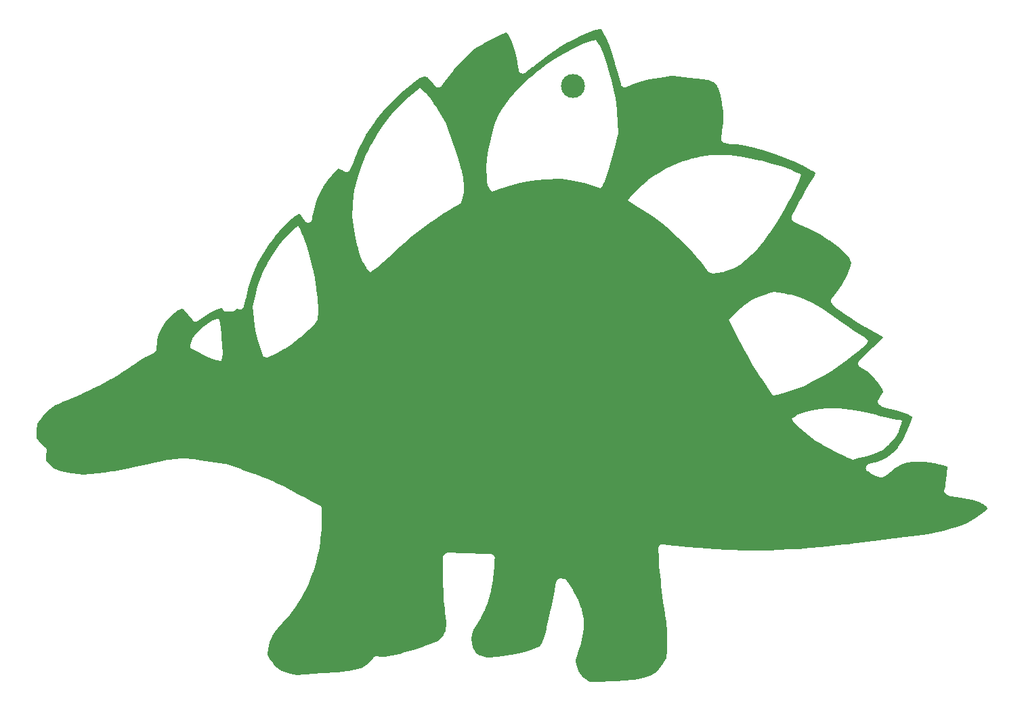
<source format=gbr>
%TF.GenerationSoftware,KiCad,Pcbnew,(6.0.7)*%
%TF.CreationDate,2022-08-20T21:46:31+02:00*%
%TF.ProjectId,demoDino,64656d6f-4469-46e6-9f2e-6b696361645f,rev?*%
%TF.SameCoordinates,Original*%
%TF.FileFunction,Copper,L1,Top*%
%TF.FilePolarity,Positive*%
%FSLAX46Y46*%
G04 Gerber Fmt 4.6, Leading zero omitted, Abs format (unit mm)*
G04 Created by KiCad (PCBNEW (6.0.7)) date 2022-08-20 21:46:31*
%MOMM*%
%LPD*%
G01*
G04 APERTURE LIST*
%TA.AperFunction,ComponentPad*%
%ADD10C,3.000000*%
%TD*%
G04 APERTURE END LIST*
D10*
%TO.P,svg2mod,*%
%TO.N,*%
X91609062Y-32347466D03*
%TD*%
%TA.AperFunction,NonConductor*%
G36*
X95055439Y-25198241D02*
G01*
X95113589Y-25238974D01*
X95118435Y-25245455D01*
X95353798Y-25582272D01*
X95363523Y-25598718D01*
X95793309Y-26470291D01*
X95796967Y-26478422D01*
X96233152Y-27547604D01*
X96236393Y-27556489D01*
X96562666Y-28567148D01*
X96564210Y-28572303D01*
X96816213Y-29484411D01*
X96817729Y-29490481D01*
X96818282Y-29492954D01*
X96818975Y-29497779D01*
X96820402Y-29502439D01*
X96820402Y-29502440D01*
X96828010Y-29527288D01*
X96828981Y-29530622D01*
X96836380Y-29557403D01*
X96838177Y-29561516D01*
X96839551Y-29565393D01*
X96841273Y-29570608D01*
X97066054Y-30304780D01*
X97066129Y-30305027D01*
X97077918Y-30343817D01*
X97423822Y-31481932D01*
X97437619Y-31527329D01*
X97438754Y-31531297D01*
X97571309Y-32025313D01*
X97583806Y-32071889D01*
X97587546Y-32092625D01*
X97589421Y-32112364D01*
X97592744Y-32120703D01*
X97603324Y-32147255D01*
X97605340Y-32152672D01*
X97605971Y-32154493D01*
X97607130Y-32158815D01*
X97608894Y-32162936D01*
X97608894Y-32162937D01*
X97618128Y-32184514D01*
X97619339Y-32187444D01*
X97643340Y-32247674D01*
X97647359Y-32252813D01*
X97649927Y-32258814D01*
X97691150Y-32308874D01*
X97693137Y-32311349D01*
X97733069Y-32362412D01*
X97738369Y-32366217D01*
X97742518Y-32371255D01*
X97796147Y-32407743D01*
X97798677Y-32409511D01*
X97851394Y-32447355D01*
X97857551Y-32449520D01*
X97862945Y-32453190D01*
X97886065Y-32460671D01*
X97924630Y-32473150D01*
X97927633Y-32474164D01*
X97988804Y-32495674D01*
X97995319Y-32496024D01*
X98001528Y-32498033D01*
X98029349Y-32498825D01*
X98066321Y-32499877D01*
X98069491Y-32500007D01*
X98125290Y-32503003D01*
X98125292Y-32503003D01*
X98134252Y-32503484D01*
X98140607Y-32501990D01*
X98147127Y-32502176D01*
X98155805Y-32499904D01*
X98155808Y-32499904D01*
X98192649Y-32490260D01*
X98209868Y-32485752D01*
X98212931Y-32484992D01*
X98226596Y-32481780D01*
X98243201Y-32477877D01*
X98247702Y-32476052D01*
X98248182Y-32475899D01*
X98254471Y-32474077D01*
X98279350Y-32467564D01*
X98279356Y-32467562D01*
X98288037Y-32465289D01*
X98308402Y-32453067D01*
X98325876Y-32444346D01*
X98776779Y-32261469D01*
X99136991Y-32115375D01*
X99141751Y-32113555D01*
X99868004Y-31852676D01*
X99923068Y-31832896D01*
X99932289Y-31829979D01*
X100790107Y-31594412D01*
X100798102Y-31592495D01*
X101158035Y-31518558D01*
X101776887Y-31391434D01*
X101783275Y-31390292D01*
X102918371Y-31217472D01*
X102920961Y-31217106D01*
X103819326Y-31099355D01*
X104068411Y-31066707D01*
X104097949Y-31066328D01*
X106166977Y-31283709D01*
X106168488Y-31283878D01*
X107836429Y-31481249D01*
X107847896Y-31483147D01*
X108437328Y-31608913D01*
X108826432Y-31691936D01*
X108860156Y-31704375D01*
X109316828Y-31951791D01*
X109359669Y-31989811D01*
X109599315Y-32328614D01*
X109639092Y-32384850D01*
X109654378Y-32413843D01*
X109695657Y-32525283D01*
X109946391Y-33202172D01*
X109950682Y-33216221D01*
X110231141Y-34371763D01*
X110233826Y-34386698D01*
X110264566Y-34646894D01*
X110373160Y-35566077D01*
X110382271Y-35643199D01*
X110383139Y-35657250D01*
X110384997Y-35980200D01*
X110390128Y-36872170D01*
X110389011Y-36889653D01*
X110249281Y-37930930D01*
X110248809Y-37933754D01*
X110248079Y-37936343D01*
X110244650Y-37964681D01*
X110243816Y-37971576D01*
X110243609Y-37973197D01*
X110240407Y-37997063D01*
X110239300Y-38005311D01*
X110239324Y-38007990D01*
X110239057Y-38010907D01*
X110134438Y-38875545D01*
X110133193Y-38883626D01*
X110123453Y-38935540D01*
X110128232Y-38983638D01*
X110128818Y-38993323D01*
X110129873Y-39041645D01*
X110132581Y-39050205D01*
X110133522Y-39055890D01*
X110135584Y-39065923D01*
X110136968Y-39071549D01*
X110137856Y-39080484D01*
X110141216Y-39088811D01*
X110155932Y-39125281D01*
X110159220Y-39134432D01*
X110173797Y-39180521D01*
X110178799Y-39187978D01*
X110181297Y-39193169D01*
X110186119Y-39202271D01*
X110189000Y-39207236D01*
X110192359Y-39215560D01*
X110222290Y-39253494D01*
X110228005Y-39261340D01*
X110254933Y-39301488D01*
X110261823Y-39307239D01*
X110265697Y-39311541D01*
X110272828Y-39318870D01*
X110277021Y-39322859D01*
X110282583Y-39329909D01*
X110321963Y-39357921D01*
X110329646Y-39363846D01*
X110366760Y-39394822D01*
X110374994Y-39398411D01*
X110379896Y-39401438D01*
X110388829Y-39406490D01*
X110393960Y-39409135D01*
X110401275Y-39414339D01*
X110409756Y-39417280D01*
X110409760Y-39417282D01*
X110446921Y-39430168D01*
X110455980Y-39433707D01*
X110492055Y-39449430D01*
X110492060Y-39449431D01*
X110500287Y-39453017D01*
X110553999Y-39459850D01*
X110556689Y-39460192D01*
X110563264Y-39461206D01*
X111244743Y-39584753D01*
X111250579Y-39585954D01*
X111270159Y-39590469D01*
X111270162Y-39590469D01*
X111274904Y-39591563D01*
X111279764Y-39591914D01*
X111279769Y-39591915D01*
X111280485Y-39591967D01*
X111287430Y-39592845D01*
X111287433Y-39592815D01*
X111291883Y-39593299D01*
X111296302Y-39594100D01*
X111300787Y-39594267D01*
X111300791Y-39594267D01*
X111322232Y-39595063D01*
X111326641Y-39595304D01*
X112106150Y-39651660D01*
X112116171Y-39652789D01*
X113107616Y-39804896D01*
X113114374Y-39806122D01*
X114179811Y-40029593D01*
X114186910Y-40031298D01*
X115169622Y-40297669D01*
X115176190Y-40299643D01*
X116523945Y-40744986D01*
X116527367Y-40746172D01*
X117864792Y-41231738D01*
X117868241Y-41233048D01*
X119079580Y-41713421D01*
X119084053Y-41715295D01*
X119205192Y-41768817D01*
X120054332Y-42143988D01*
X120062602Y-42148009D01*
X120277948Y-42262634D01*
X120698736Y-42486613D01*
X120703471Y-42489266D01*
X121380745Y-42888110D01*
X121388117Y-42892803D01*
X121398666Y-42900045D01*
X121398669Y-42900047D01*
X121402674Y-42902796D01*
X121414061Y-42908257D01*
X121423505Y-42913291D01*
X121427829Y-42915838D01*
X121427838Y-42915843D01*
X121431692Y-42918112D01*
X121448798Y-42925143D01*
X121455376Y-42928069D01*
X121859968Y-43122085D01*
X121912743Y-43169576D01*
X121931465Y-43238059D01*
X121916999Y-43294359D01*
X121793679Y-43528772D01*
X121738369Y-43633908D01*
X121733407Y-43642500D01*
X121377552Y-44206263D01*
X121290682Y-44343886D01*
X121286199Y-44350160D01*
X121286209Y-44350167D01*
X121283462Y-44354177D01*
X121280405Y-44357973D01*
X121277972Y-44362188D01*
X121277965Y-44362199D01*
X121266879Y-44381410D01*
X121264312Y-44385661D01*
X121251535Y-44405904D01*
X121249706Y-44409992D01*
X121248795Y-44411691D01*
X121244126Y-44420839D01*
X121207383Y-44484506D01*
X120579175Y-45573063D01*
X120576796Y-45576919D01*
X120574483Y-45579903D01*
X120558134Y-45609483D01*
X120557059Y-45611388D01*
X120541692Y-45638014D01*
X120540290Y-45641510D01*
X120538141Y-45645654D01*
X120178480Y-46296368D01*
X119838240Y-46911945D01*
X119835527Y-46916543D01*
X119833007Y-46919938D01*
X119830739Y-46924250D01*
X119830737Y-46924254D01*
X119817627Y-46949185D01*
X119816420Y-46951425D01*
X119801923Y-46977652D01*
X119800431Y-46981584D01*
X119797981Y-46986543D01*
X119702015Y-47169029D01*
X119246589Y-48035052D01*
X119241116Y-48044450D01*
X119234554Y-48054677D01*
X119232585Y-48059135D01*
X119227280Y-48071142D01*
X119223545Y-48078872D01*
X119216619Y-48092042D01*
X119215115Y-48096269D01*
X119212274Y-48104253D01*
X119208821Y-48112924D01*
X119135735Y-48278354D01*
X118989358Y-48609677D01*
X118986486Y-48615737D01*
X118960846Y-48666308D01*
X118959197Y-48675133D01*
X118952660Y-48710111D01*
X118950111Y-48721033D01*
X118944856Y-48739747D01*
X118938059Y-48763950D01*
X118938155Y-48772923D01*
X118938155Y-48772924D01*
X118938173Y-48774568D01*
X118936035Y-48799068D01*
X118934088Y-48809487D01*
X118934981Y-48818414D01*
X118934981Y-48818418D01*
X118938524Y-48853828D01*
X118939143Y-48865017D01*
X118939622Y-48909599D01*
X118942233Y-48918183D01*
X118942233Y-48918186D01*
X118942710Y-48919755D01*
X118947534Y-48943864D01*
X118948590Y-48954421D01*
X118965298Y-48995743D01*
X118969030Y-49006303D01*
X118982000Y-49048955D01*
X118987814Y-49057836D01*
X118999212Y-49079624D01*
X119003188Y-49089459D01*
X119008755Y-49096504D01*
X119030814Y-49124421D01*
X119037362Y-49133511D01*
X119061787Y-49170817D01*
X119068615Y-49176646D01*
X119068619Y-49176650D01*
X119069859Y-49177708D01*
X119086914Y-49195421D01*
X119093491Y-49203745D01*
X119100808Y-49208942D01*
X119129829Y-49229556D01*
X119138669Y-49236447D01*
X119172570Y-49265386D01*
X119180755Y-49269062D01*
X119228038Y-49290297D01*
X119232708Y-49292510D01*
X119314970Y-49333589D01*
X120167301Y-49759212D01*
X120177326Y-49764803D01*
X120182204Y-49767823D01*
X120182213Y-49767828D01*
X120186346Y-49770386D01*
X120190828Y-49772280D01*
X120204336Y-49777988D01*
X120211565Y-49781316D01*
X120226252Y-49788650D01*
X120237079Y-49792249D01*
X120246366Y-49795748D01*
X121339637Y-50257719D01*
X121350627Y-50263003D01*
X121503469Y-50345835D01*
X122500967Y-50886422D01*
X122509202Y-50891298D01*
X123645754Y-51623976D01*
X123653173Y-51629145D01*
X124691122Y-52409046D01*
X124699216Y-52415672D01*
X125553111Y-53176043D01*
X125563918Y-53186914D01*
X126139596Y-53841250D01*
X126156636Y-53866061D01*
X126353651Y-54242573D01*
X126367012Y-54316829D01*
X126298627Y-54856527D01*
X126291277Y-54885789D01*
X125869183Y-55986862D01*
X125862957Y-56000587D01*
X125228572Y-57202198D01*
X125219247Y-57217208D01*
X124524346Y-58178114D01*
X124519555Y-58184322D01*
X123992590Y-58824949D01*
X123990094Y-58827983D01*
X123977897Y-58840847D01*
X123956980Y-58860008D01*
X123919402Y-58922035D01*
X123881793Y-58983916D01*
X123881698Y-58984272D01*
X123881507Y-58984587D01*
X123862839Y-59054703D01*
X123847687Y-59111292D01*
X123844119Y-59124617D01*
X123844127Y-59124984D01*
X123844032Y-59125342D01*
X123844245Y-59134122D01*
X123844245Y-59134125D01*
X123844460Y-59142959D01*
X123845782Y-59197377D01*
X123847448Y-59270236D01*
X123847560Y-59270589D01*
X123847569Y-59270956D01*
X123850263Y-59279401D01*
X123850263Y-59279403D01*
X123869418Y-59339454D01*
X123869472Y-59339624D01*
X123885482Y-59390061D01*
X123891515Y-59409069D01*
X123891722Y-59409377D01*
X123891833Y-59409725D01*
X123896791Y-59417078D01*
X123896792Y-59417080D01*
X123926072Y-59460503D01*
X123932284Y-59469716D01*
X123972776Y-59529952D01*
X123997590Y-59550619D01*
X124009334Y-59561754D01*
X124223369Y-59792557D01*
X124306956Y-59882693D01*
X124310808Y-59887364D01*
X124313359Y-59892160D01*
X124338295Y-59917702D01*
X124359634Y-59939559D01*
X124361835Y-59941871D01*
X124380086Y-59961552D01*
X124383562Y-59964367D01*
X124384836Y-59965559D01*
X124387788Y-59968448D01*
X124388144Y-59968760D01*
X124391543Y-59972242D01*
X124395443Y-59975164D01*
X124395446Y-59975166D01*
X124412752Y-59988130D01*
X124416518Y-59991064D01*
X124457630Y-60024366D01*
X124457637Y-60024370D01*
X124464608Y-60030017D01*
X124471835Y-60033042D01*
X124480165Y-60038628D01*
X124659258Y-60172785D01*
X125354967Y-60693934D01*
X125364772Y-60702085D01*
X125366578Y-60703748D01*
X125366586Y-60703755D01*
X125370165Y-60707050D01*
X125374213Y-60709759D01*
X125389072Y-60719703D01*
X125394520Y-60723562D01*
X125410262Y-60735354D01*
X125414194Y-60737506D01*
X125414198Y-60737508D01*
X125417375Y-60739246D01*
X125426972Y-60745067D01*
X126668024Y-61575620D01*
X126674080Y-61580199D01*
X126674095Y-61580179D01*
X126678034Y-61583039D01*
X126681744Y-61586197D01*
X126685897Y-61588748D01*
X126685902Y-61588751D01*
X126704959Y-61600454D01*
X126709069Y-61603089D01*
X126729134Y-61616517D01*
X126733161Y-61618450D01*
X126735265Y-61619651D01*
X126743760Y-61624282D01*
X127009057Y-61787204D01*
X128074982Y-62441802D01*
X128085658Y-62449141D01*
X128091063Y-62453281D01*
X128111508Y-62464428D01*
X128117095Y-62467665D01*
X128130449Y-62475866D01*
X128130453Y-62475868D01*
X128134273Y-62478214D01*
X128138386Y-62479994D01*
X128138393Y-62479998D01*
X128141251Y-62481235D01*
X128151518Y-62486243D01*
X129325661Y-63126422D01*
X129330078Y-63128997D01*
X129333374Y-63131418D01*
X129337689Y-63133659D01*
X129337695Y-63133663D01*
X129362871Y-63146739D01*
X129365112Y-63147932D01*
X129391554Y-63162349D01*
X129395371Y-63163772D01*
X129400144Y-63166099D01*
X130277017Y-63621553D01*
X130328250Y-63670702D01*
X130344777Y-63739749D01*
X130326263Y-63799380D01*
X130211135Y-63986560D01*
X130191681Y-64010853D01*
X129464059Y-64718846D01*
X129125645Y-65048131D01*
X129124488Y-65049243D01*
X127436161Y-66650683D01*
X127431579Y-66654820D01*
X127387548Y-66692650D01*
X127365758Y-66726163D01*
X127363950Y-66728943D01*
X127357122Y-66738446D01*
X127330248Y-66772398D01*
X127325776Y-66783432D01*
X127314635Y-66804789D01*
X127308149Y-66814764D01*
X127305566Y-66823358D01*
X127305565Y-66823359D01*
X127295685Y-66856225D01*
X127291795Y-66867274D01*
X127275536Y-66907389D01*
X127274635Y-66916318D01*
X127274341Y-66919230D01*
X127269643Y-66942853D01*
X127268801Y-66945653D01*
X127268800Y-66945659D01*
X127266216Y-66954255D01*
X127266148Y-66963235D01*
X127266148Y-66963236D01*
X127265889Y-66997543D01*
X127265256Y-67009241D01*
X127260910Y-67052311D01*
X127262552Y-67061138D01*
X127263087Y-67064013D01*
X127265208Y-67088006D01*
X127265118Y-67099909D01*
X127267573Y-67108544D01*
X127267573Y-67108547D01*
X127276954Y-67141549D01*
X127279630Y-67152957D01*
X127287546Y-67195512D01*
X127291597Y-67203518D01*
X127291598Y-67203522D01*
X127292922Y-67206138D01*
X127301690Y-67228567D01*
X127302490Y-67231380D01*
X127304945Y-67240016D01*
X127309723Y-67247613D01*
X127309724Y-67247615D01*
X127327990Y-67276657D01*
X127333757Y-67286849D01*
X127353304Y-67325482D01*
X127361445Y-67334170D01*
X127376158Y-67353240D01*
X127382494Y-67363313D01*
X127414895Y-67392011D01*
X127423293Y-67400177D01*
X127446759Y-67425221D01*
X127446762Y-67425223D01*
X127452897Y-67431771D01*
X127460618Y-67436330D01*
X127460626Y-67436337D01*
X127506475Y-67463412D01*
X127510441Y-67465854D01*
X128210539Y-67914993D01*
X128222446Y-67923653D01*
X128307899Y-67993796D01*
X129052383Y-68604899D01*
X129067146Y-68619185D01*
X129367513Y-68961529D01*
X129813342Y-69469664D01*
X129825398Y-69485858D01*
X130297880Y-70239862D01*
X130314360Y-70280584D01*
X130371764Y-70550795D01*
X130366355Y-70621585D01*
X130355258Y-70643925D01*
X130049788Y-71130980D01*
X130047523Y-71134463D01*
X129846230Y-71433068D01*
X129841489Y-71439324D01*
X129836545Y-71443702D01*
X129802409Y-71497963D01*
X129800283Y-71501227D01*
X129786154Y-71522186D01*
X129784198Y-71526226D01*
X129781966Y-71530106D01*
X129781850Y-71530039D01*
X129779052Y-71535089D01*
X129758982Y-71566991D01*
X129754186Y-71583858D01*
X129746399Y-71604299D01*
X129738754Y-71620088D01*
X129737268Y-71628938D01*
X129732511Y-71657256D01*
X129729447Y-71670845D01*
X129721596Y-71698453D01*
X129721595Y-71698461D01*
X129719140Y-71707094D01*
X129719207Y-71716072D01*
X129719270Y-71724636D01*
X129717533Y-71746438D01*
X129714628Y-71763733D01*
X129715686Y-71772647D01*
X129719067Y-71801143D01*
X129719942Y-71815050D01*
X129720221Y-71852748D01*
X129722802Y-71861337D01*
X129722803Y-71861344D01*
X129725269Y-71869550D01*
X129729721Y-71890962D01*
X129730729Y-71899458D01*
X129730731Y-71899465D01*
X129731788Y-71908376D01*
X129735305Y-71916635D01*
X129746549Y-71943040D01*
X129751291Y-71956143D01*
X129762139Y-71992243D01*
X129767031Y-71999768D01*
X129767032Y-71999771D01*
X129771697Y-72006947D01*
X129781980Y-72026248D01*
X129788854Y-72042390D01*
X129812766Y-72071537D01*
X129820976Y-72082756D01*
X129841524Y-72114366D01*
X129854828Y-72125799D01*
X129870115Y-72141440D01*
X129881240Y-72155000D01*
X129888650Y-72160061D01*
X129888652Y-72160063D01*
X129912354Y-72176252D01*
X129920862Y-72182780D01*
X129922712Y-72184137D01*
X129926406Y-72187311D01*
X129947505Y-72200406D01*
X129952083Y-72203389D01*
X130001518Y-72237154D01*
X130010037Y-72239928D01*
X130020818Y-72245905D01*
X130247375Y-72386511D01*
X130327720Y-72436375D01*
X130343023Y-72447549D01*
X130355410Y-72458110D01*
X130355413Y-72458112D01*
X130362242Y-72463934D01*
X130396722Y-72479393D01*
X130398171Y-72480098D01*
X130399627Y-72481002D01*
X130403664Y-72482772D01*
X130430153Y-72494387D01*
X130431079Y-72494797D01*
X130464366Y-72509721D01*
X130466022Y-72510174D01*
X130467535Y-72510776D01*
X130491022Y-72521074D01*
X130491024Y-72521075D01*
X130499245Y-72524679D01*
X130528181Y-72528424D01*
X130545247Y-72531846D01*
X131988794Y-72926724D01*
X131992387Y-72927765D01*
X133325303Y-73336004D01*
X133341366Y-73342153D01*
X133937634Y-73618478D01*
X133991029Y-73665268D01*
X134010652Y-73733499D01*
X134005041Y-73769987D01*
X133824008Y-74356012D01*
X133821769Y-74362606D01*
X133383407Y-75544129D01*
X133377535Y-75557516D01*
X132848742Y-76594878D01*
X132840660Y-76608532D01*
X132233957Y-77500260D01*
X132222925Y-77514238D01*
X131558582Y-78243466D01*
X131543490Y-78257525D01*
X130843587Y-78809801D01*
X130823051Y-78822994D01*
X130109775Y-79188933D01*
X130082772Y-79199076D01*
X129866159Y-79253139D01*
X129329418Y-79387100D01*
X129324672Y-79388140D01*
X129320726Y-79388574D01*
X129288375Y-79397320D01*
X129286097Y-79397912D01*
X129260988Y-79404178D01*
X129260975Y-79404182D01*
X129256637Y-79405265D01*
X129252980Y-79406755D01*
X129248139Y-79408199D01*
X128639638Y-79572714D01*
X128621902Y-79576167D01*
X128603511Y-79578394D01*
X128603509Y-79578394D01*
X128594603Y-79579473D01*
X128560544Y-79594074D01*
X128560341Y-79594153D01*
X128560083Y-79594223D01*
X128527828Y-79608100D01*
X128460728Y-79636866D01*
X128460470Y-79637079D01*
X128460165Y-79637210D01*
X128453267Y-79642913D01*
X128453261Y-79642916D01*
X128404555Y-79683179D01*
X128404432Y-79683282D01*
X128355141Y-79723922D01*
X128355138Y-79723925D01*
X128348344Y-79729527D01*
X128348156Y-79729803D01*
X128347900Y-79730015D01*
X128307197Y-79790085D01*
X128271480Y-79842650D01*
X128271479Y-79842653D01*
X128266483Y-79850005D01*
X128266381Y-79850321D01*
X128266194Y-79850597D01*
X128263470Y-79859072D01*
X128243956Y-79919772D01*
X128243907Y-79919925D01*
X128224470Y-79980122D01*
X128224469Y-79980126D01*
X128221728Y-79988616D01*
X128221719Y-79988946D01*
X128221616Y-79989266D01*
X128221378Y-79998216D01*
X128221378Y-79998218D01*
X128219687Y-80061929D01*
X128219682Y-80062092D01*
X128219245Y-80077808D01*
X128217674Y-80134217D01*
X128217759Y-80134540D01*
X128217750Y-80134873D01*
X128220036Y-80143538D01*
X128220036Y-80143539D01*
X128226912Y-80169603D01*
X128236327Y-80205290D01*
X128254649Y-80275103D01*
X128254819Y-80275386D01*
X128254905Y-80275712D01*
X128292516Y-80338113D01*
X128329679Y-80399950D01*
X128329925Y-80400177D01*
X128330096Y-80400461D01*
X128383421Y-80449532D01*
X128411937Y-80475841D01*
X128412160Y-80475990D01*
X128412333Y-80476138D01*
X128437278Y-80499093D01*
X128465443Y-80513026D01*
X128479743Y-80521310D01*
X128831844Y-80757419D01*
X128971085Y-80850790D01*
X129011371Y-80877805D01*
X129027518Y-80890669D01*
X129042756Y-80905000D01*
X129076534Y-80922168D01*
X129081625Y-80924916D01*
X129085216Y-80927324D01*
X129110920Y-80939692D01*
X129111390Y-80939918D01*
X129113847Y-80941133D01*
X129142528Y-80955710D01*
X129146662Y-80957061D01*
X129151738Y-80959332D01*
X129173997Y-80970041D01*
X129183233Y-80974485D01*
X129202483Y-80977670D01*
X129207743Y-80978540D01*
X129226306Y-80983080D01*
X130007832Y-81238405D01*
X130015975Y-81241379D01*
X130055446Y-81257355D01*
X130055450Y-81257356D01*
X130063769Y-81260723D01*
X130113035Y-81265672D01*
X130122183Y-81266930D01*
X130170987Y-81275485D01*
X130179905Y-81274491D01*
X130188881Y-81274772D01*
X130188880Y-81274797D01*
X130190797Y-81274786D01*
X130190796Y-81274761D01*
X130199765Y-81274383D01*
X130208697Y-81275280D01*
X130257394Y-81266198D01*
X130266519Y-81264840D01*
X130291109Y-81262100D01*
X130306830Y-81260349D01*
X130306831Y-81260349D01*
X130315749Y-81259355D01*
X130324030Y-81255898D01*
X130332722Y-81253649D01*
X130332728Y-81253673D01*
X130334567Y-81253125D01*
X130334559Y-81253100D01*
X130343061Y-81250220D01*
X130351885Y-81248574D01*
X130359893Y-81244518D01*
X130359895Y-81244517D01*
X130396057Y-81226199D01*
X130404455Y-81222325D01*
X130441884Y-81206701D01*
X130441885Y-81206700D01*
X130450165Y-81203244D01*
X130493383Y-81168300D01*
X130499050Y-81163977D01*
X130621138Y-81076201D01*
X131217415Y-80647501D01*
X131222639Y-80643941D01*
X131224471Y-80642759D01*
X131228755Y-80640441D01*
X131253489Y-80621621D01*
X131256164Y-80619642D01*
X131278855Y-80603329D01*
X131282088Y-80600222D01*
X131284959Y-80597831D01*
X131289293Y-80594380D01*
X131920506Y-80114111D01*
X131934191Y-80105043D01*
X132640540Y-79700581D01*
X132650554Y-79695427D01*
X133330547Y-79383054D01*
X133377595Y-79371673D01*
X134198973Y-79335472D01*
X134456180Y-79324136D01*
X134465857Y-79324082D01*
X134715971Y-79332284D01*
X135577929Y-79360549D01*
X135589625Y-79361479D01*
X136848769Y-79521035D01*
X136858981Y-79522758D01*
X137106488Y-79575078D01*
X137925428Y-79748194D01*
X137946321Y-79754545D01*
X138348590Y-79916077D01*
X138404351Y-79960022D01*
X138427501Y-80027138D01*
X138427146Y-80044125D01*
X138365170Y-80743447D01*
X138364776Y-80747244D01*
X138257327Y-81648298D01*
X138256100Y-81656355D01*
X138203494Y-81940000D01*
X138134546Y-82311765D01*
X138129022Y-82341548D01*
X138128523Y-82344093D01*
X138046390Y-82740833D01*
X138034602Y-82797772D01*
X138033269Y-82803525D01*
X138018659Y-82860448D01*
X138018958Y-82869419D01*
X138020076Y-82903029D01*
X138019905Y-82915015D01*
X138017268Y-82957559D01*
X138020047Y-82969838D01*
X138023085Y-82993458D01*
X138023503Y-83006025D01*
X138026306Y-83014548D01*
X138026308Y-83014558D01*
X138036818Y-83046512D01*
X138040017Y-83058063D01*
X138049424Y-83099623D01*
X138053782Y-83107468D01*
X138053784Y-83107473D01*
X138055533Y-83110621D01*
X138065082Y-83132447D01*
X138069010Y-83144391D01*
X138074095Y-83151788D01*
X138093154Y-83179514D01*
X138099455Y-83189683D01*
X138120159Y-83226952D01*
X138129115Y-83235799D01*
X138144395Y-83254054D01*
X138151523Y-83264423D01*
X138184559Y-83291361D01*
X138193463Y-83299357D01*
X138223788Y-83329310D01*
X138231686Y-83333571D01*
X138231689Y-83333573D01*
X138279154Y-83359179D01*
X138282985Y-83361333D01*
X138611582Y-83553692D01*
X138618490Y-83558042D01*
X138646893Y-83577241D01*
X138662297Y-83587654D01*
X138708247Y-83602370D01*
X138717412Y-83605702D01*
X138762092Y-83623930D01*
X138771019Y-83624852D01*
X138771021Y-83624852D01*
X138799490Y-83627791D01*
X138818719Y-83629776D01*
X138825276Y-83630628D01*
X139511275Y-83738152D01*
X140039693Y-83820977D01*
X140044100Y-83821748D01*
X141502887Y-84103789D01*
X141517475Y-84107526D01*
X142570187Y-84445509D01*
X142593525Y-84455708D01*
X142848192Y-84599257D01*
X143204969Y-84800363D01*
X143242363Y-84832521D01*
X143362578Y-84986288D01*
X143407696Y-85043998D01*
X143414530Y-85052740D01*
X143440728Y-85118726D01*
X143441228Y-85133376D01*
X143440607Y-85159135D01*
X143440084Y-85180809D01*
X143418445Y-85248427D01*
X143397726Y-85272037D01*
X143008895Y-85616889D01*
X142995770Y-85627066D01*
X141837725Y-86408520D01*
X141828448Y-86414213D01*
X141242947Y-86739567D01*
X140769312Y-87002758D01*
X140755693Y-87009290D01*
X139924130Y-87348414D01*
X139917748Y-87350816D01*
X139053049Y-87649825D01*
X139046247Y-87651964D01*
X138128382Y-87912208D01*
X138122007Y-87913836D01*
X138005608Y-87940358D01*
X137109641Y-88144506D01*
X137104285Y-88145605D01*
X135957329Y-88355065D01*
X135953221Y-88355745D01*
X134633552Y-88551934D01*
X134630631Y-88552334D01*
X133098271Y-88743614D01*
X133097415Y-88743718D01*
X131808199Y-88895696D01*
X131807603Y-88895744D01*
X131806915Y-88895721D01*
X131804982Y-88895955D01*
X131804972Y-88895956D01*
X131768353Y-88900393D01*
X131767950Y-88900441D01*
X131756329Y-88901811D01*
X131732961Y-88904566D01*
X131732299Y-88904742D01*
X131731713Y-88904833D01*
X130478627Y-89056666D01*
X130477973Y-89056721D01*
X130477242Y-89056699D01*
X130438846Y-89061487D01*
X130403439Y-89065777D01*
X130402726Y-89065969D01*
X130402091Y-89066070D01*
X129305033Y-89202868D01*
X129303933Y-89202965D01*
X129302728Y-89202936D01*
X129299471Y-89203361D01*
X129299460Y-89203362D01*
X129265162Y-89207838D01*
X129264548Y-89207917D01*
X129248788Y-89209882D01*
X129233306Y-89211812D01*
X129233297Y-89211814D01*
X129230093Y-89212213D01*
X129228934Y-89212529D01*
X129227840Y-89212708D01*
X129043127Y-89236812D01*
X128441261Y-89315354D01*
X128441166Y-89315362D01*
X128441024Y-89315359D01*
X128440613Y-89315413D01*
X128440612Y-89315413D01*
X128401510Y-89320541D01*
X128401429Y-89320552D01*
X128365862Y-89325193D01*
X128365736Y-89325229D01*
X128365620Y-89325248D01*
X127840634Y-89394097D01*
X126917637Y-89515143D01*
X126916533Y-89515282D01*
X125983133Y-89627903D01*
X125460309Y-89690985D01*
X125458979Y-89691138D01*
X124029927Y-89848174D01*
X124028550Y-89848318D01*
X122628245Y-89986641D01*
X122626813Y-89986774D01*
X121257312Y-90106285D01*
X121255815Y-90106407D01*
X119919082Y-90207016D01*
X119917508Y-90207124D01*
X119589495Y-90227687D01*
X118615555Y-90288743D01*
X118614036Y-90288828D01*
X117349648Y-90351337D01*
X117348790Y-90351379D01*
X117347025Y-90351454D01*
X116120638Y-90394848D01*
X116118809Y-90394899D01*
X115655538Y-90404345D01*
X114933231Y-90419071D01*
X114931201Y-90419096D01*
X113788483Y-90423977D01*
X113786285Y-90423967D01*
X112688518Y-90409506D01*
X112686122Y-90409452D01*
X111635343Y-90375607D01*
X111632711Y-90375494D01*
X110631234Y-90322258D01*
X110628320Y-90322070D01*
X109672160Y-90248990D01*
X109671248Y-90248917D01*
X109171518Y-90207072D01*
X108599395Y-90159165D01*
X108598148Y-90159016D01*
X108596816Y-90158702D01*
X108593168Y-90158420D01*
X108593166Y-90158420D01*
X108559323Y-90155806D01*
X108558517Y-90155741D01*
X108536516Y-90153900D01*
X108524216Y-90152870D01*
X108522864Y-90152950D01*
X108521577Y-90152892D01*
X107273992Y-90056557D01*
X107272854Y-90056428D01*
X107271644Y-90056150D01*
X107268292Y-90055911D01*
X107268283Y-90055910D01*
X107248062Y-90054469D01*
X107233890Y-90053458D01*
X107233353Y-90053418D01*
X107215833Y-90052066D01*
X107202047Y-90051001D01*
X107202040Y-90051001D01*
X107198715Y-90050744D01*
X107197480Y-90050825D01*
X107196323Y-90050780D01*
X105989180Y-89964723D01*
X105988292Y-89964657D01*
X104407712Y-89840736D01*
X104403738Y-89840361D01*
X103441563Y-89734169D01*
X103433784Y-89733064D01*
X102910412Y-89641992D01*
X102902156Y-89640268D01*
X102860186Y-89630031D01*
X102860184Y-89630031D01*
X102851460Y-89627903D01*
X102842490Y-89628309D01*
X102842488Y-89628309D01*
X102802577Y-89630116D01*
X102793094Y-89630188D01*
X102766190Y-89629380D01*
X102744184Y-89628718D01*
X102735496Y-89630978D01*
X102727886Y-89631835D01*
X102722459Y-89632655D01*
X102714921Y-89634085D01*
X102705951Y-89634491D01*
X102697457Y-89637398D01*
X102659658Y-89650334D01*
X102650575Y-89653065D01*
X102611904Y-89663122D01*
X102611901Y-89663123D01*
X102603216Y-89665382D01*
X102595513Y-89669988D01*
X102588431Y-89672955D01*
X102583479Y-89675252D01*
X102576632Y-89678747D01*
X102568140Y-89681653D01*
X102560807Y-89686825D01*
X102560804Y-89686826D01*
X102528147Y-89709857D01*
X102520196Y-89715027D01*
X102478205Y-89740137D01*
X102472103Y-89746722D01*
X102466131Y-89751563D01*
X102462025Y-89755155D01*
X102456437Y-89760429D01*
X102449105Y-89765599D01*
X102418633Y-89803896D01*
X102412463Y-89811078D01*
X102385298Y-89840391D01*
X102385296Y-89840393D01*
X102379199Y-89846973D01*
X102375193Y-89855001D01*
X102370837Y-89861298D01*
X102367897Y-89865911D01*
X102364008Y-89872551D01*
X102358416Y-89879579D01*
X102355023Y-89887891D01*
X102355022Y-89887892D01*
X102339925Y-89924872D01*
X102336013Y-89933510D01*
X102318166Y-89969272D01*
X102318164Y-89969277D01*
X102314159Y-89977303D01*
X102312567Y-89986134D01*
X102310158Y-89993387D01*
X102308616Y-89998690D01*
X102306756Y-90006118D01*
X102303362Y-90014432D01*
X102302438Y-90023362D01*
X102298325Y-90063111D01*
X102296996Y-90072490D01*
X102288312Y-90120649D01*
X102289263Y-90129577D01*
X102294263Y-90176534D01*
X102294805Y-90183409D01*
X102354934Y-91353330D01*
X102384289Y-91924471D01*
X102391341Y-92061689D01*
X102391490Y-92067852D01*
X102391119Y-92072463D01*
X102391480Y-92077311D01*
X102393520Y-92104729D01*
X102393701Y-92107612D01*
X102395201Y-92136798D01*
X102396061Y-92141185D01*
X102396122Y-92141679D01*
X102396719Y-92147720D01*
X102478966Y-93252983D01*
X102479278Y-93259377D01*
X102479317Y-93261049D01*
X102479056Y-93265899D01*
X102482196Y-93296972D01*
X102482486Y-93300283D01*
X102484574Y-93328345D01*
X102485538Y-93332726D01*
X102486000Y-93335882D01*
X102486690Y-93341462D01*
X102586266Y-94327053D01*
X102624349Y-94703993D01*
X102624668Y-94708459D01*
X102624535Y-94712201D01*
X102625113Y-94717033D01*
X102628552Y-94745799D01*
X102628805Y-94748093D01*
X102631888Y-94778610D01*
X102632785Y-94782230D01*
X102633453Y-94786794D01*
X102716678Y-95482871D01*
X102800842Y-96186814D01*
X102801309Y-96191962D01*
X102801247Y-96196084D01*
X102801922Y-96200897D01*
X102801922Y-96200901D01*
X102805852Y-96228936D01*
X102806181Y-96231467D01*
X102809753Y-96261341D01*
X102810815Y-96265315D01*
X102811691Y-96270584D01*
X102874615Y-96719438D01*
X102982386Y-97488196D01*
X102982992Y-97495634D01*
X102983031Y-97495630D01*
X102983519Y-97500466D01*
X102983632Y-97505343D01*
X102984495Y-97510147D01*
X102988476Y-97532312D01*
X102989241Y-97537094D01*
X102992618Y-97561186D01*
X102993865Y-97565496D01*
X102994478Y-97568367D01*
X102996533Y-97577163D01*
X103043470Y-97838466D01*
X103114769Y-98235389D01*
X103147275Y-98416355D01*
X103148118Y-98421706D01*
X103267239Y-99300414D01*
X103268097Y-99308889D01*
X103353968Y-100586330D01*
X103354208Y-100591438D01*
X103389314Y-101914028D01*
X103389295Y-101921352D01*
X103357636Y-102922748D01*
X103357130Y-102930723D01*
X103264134Y-103906364D01*
X103243606Y-103964204D01*
X103152862Y-104100593D01*
X102823895Y-104595029D01*
X102819849Y-104600756D01*
X102599082Y-104895411D01*
X102331725Y-105252249D01*
X102317218Y-105268476D01*
X101829176Y-105727550D01*
X101805957Y-105744827D01*
X101221046Y-106083317D01*
X101196924Y-106094078D01*
X100397611Y-106354181D01*
X100380206Y-106358503D01*
X99269525Y-106551617D01*
X99259430Y-106552954D01*
X97767704Y-106689537D01*
X97762609Y-106689900D01*
X97180469Y-106719478D01*
X95824409Y-106788378D01*
X95823048Y-106788439D01*
X95380991Y-106805953D01*
X93837931Y-106867088D01*
X93772201Y-106851579D01*
X93568060Y-106739253D01*
X93556177Y-106731825D01*
X93496224Y-106689537D01*
X92732716Y-106151001D01*
X92703742Y-106122558D01*
X92257877Y-105514681D01*
X92238116Y-105474033D01*
X92003463Y-104633312D01*
X91999934Y-104616124D01*
X91942624Y-104187150D01*
X91947485Y-104132138D01*
X92484134Y-102451505D01*
X92488614Y-102439588D01*
X92489615Y-102437286D01*
X92489616Y-102437282D01*
X92491556Y-102432822D01*
X92497294Y-102410879D01*
X92499166Y-102404426D01*
X92503769Y-102390012D01*
X92505131Y-102385747D01*
X92505874Y-102381334D01*
X92505876Y-102381327D01*
X92506490Y-102377680D01*
X92508839Y-102366730D01*
X92595347Y-102035910D01*
X92813158Y-101202960D01*
X92813879Y-101200320D01*
X92821879Y-101172233D01*
X92821879Y-101172231D01*
X92823213Y-101167549D01*
X92823809Y-101162723D01*
X92823930Y-101162129D01*
X92824068Y-101161235D01*
X92824613Y-101159154D01*
X92828829Y-101122171D01*
X92828963Y-101121041D01*
X92860842Y-100863218D01*
X92957074Y-100084924D01*
X92957419Y-100083129D01*
X92958164Y-100081363D01*
X92966707Y-100007063D01*
X92966834Y-100005995D01*
X92969908Y-99981128D01*
X92970408Y-99977087D01*
X92970377Y-99975435D01*
X92970392Y-99975015D01*
X92970948Y-99970177D01*
X92969705Y-99939128D01*
X92969628Y-99936535D01*
X92969498Y-99929752D01*
X92968318Y-99868334D01*
X92966988Y-99864093D01*
X92966515Y-99859411D01*
X92963451Y-99782819D01*
X92929585Y-98936443D01*
X92929676Y-98932260D01*
X92930577Y-98928337D01*
X92926525Y-98859417D01*
X92926409Y-98857061D01*
X92925453Y-98833166D01*
X92925453Y-98833162D01*
X92925273Y-98828675D01*
X92924619Y-98825123D01*
X92924332Y-98821752D01*
X92924294Y-98821474D01*
X92924008Y-98816612D01*
X92922978Y-98811855D01*
X92922977Y-98811847D01*
X92917983Y-98788780D01*
X92917216Y-98784955D01*
X92907186Y-98730528D01*
X92905560Y-98721703D01*
X92902643Y-98715914D01*
X92900608Y-98708529D01*
X92879237Y-98609811D01*
X92703355Y-97797397D01*
X92703247Y-97796650D01*
X92703298Y-97795900D01*
X92685085Y-97712999D01*
X92685004Y-97712626D01*
X92680574Y-97692165D01*
X92680570Y-97692153D01*
X92680238Y-97690618D01*
X92680064Y-97690151D01*
X92679282Y-97686589D01*
X92667630Y-97656613D01*
X92666956Y-97654838D01*
X92652744Y-97616551D01*
X92642384Y-97588644D01*
X92640403Y-97585982D01*
X92638997Y-97582951D01*
X92251585Y-96586299D01*
X92250287Y-96582808D01*
X92241523Y-96558124D01*
X92239894Y-96553536D01*
X92237579Y-96549254D01*
X92237414Y-96548883D01*
X92235808Y-96545712D01*
X92234466Y-96542260D01*
X92218372Y-96513688D01*
X92217318Y-96511779D01*
X92046640Y-96196084D01*
X91620802Y-95408430D01*
X91616801Y-95400352D01*
X91609860Y-95384967D01*
X91602553Y-95373772D01*
X91597226Y-95364824D01*
X91594469Y-95359725D01*
X91592337Y-95355781D01*
X91581783Y-95341543D01*
X91577497Y-95335385D01*
X90908122Y-94309876D01*
X90830180Y-94190467D01*
X90825198Y-94182151D01*
X90806004Y-94147127D01*
X90801689Y-94139253D01*
X90764828Y-94102422D01*
X90759210Y-94096431D01*
X90730960Y-94064255D01*
X90724817Y-94057259D01*
X90717235Y-94052445D01*
X90711281Y-94047348D01*
X90705001Y-94042645D01*
X90698651Y-94036300D01*
X90690194Y-94031674D01*
X90652947Y-94011302D01*
X90645865Y-94007123D01*
X90609435Y-93983989D01*
X90609434Y-93983988D01*
X90601857Y-93979177D01*
X90593232Y-93976685D01*
X90586091Y-93973466D01*
X90578736Y-93970712D01*
X90570860Y-93966404D01*
X90519957Y-93955234D01*
X90512002Y-93953214D01*
X90461924Y-93938744D01*
X90409014Y-93938913D01*
X90400862Y-93938675D01*
X90108868Y-93920679D01*
X90089380Y-93917938D01*
X90066557Y-93912884D01*
X90028569Y-93915415D01*
X90025405Y-93915536D01*
X90022535Y-93915359D01*
X90018071Y-93915720D01*
X90018067Y-93915720D01*
X89991177Y-93917894D01*
X89989403Y-93918025D01*
X89959979Y-93919986D01*
X89921222Y-93922569D01*
X89917779Y-93923830D01*
X89914117Y-93924126D01*
X89906781Y-93926931D01*
X89906780Y-93926931D01*
X89850260Y-93948541D01*
X89848588Y-93949167D01*
X89791802Y-93969961D01*
X89791800Y-93969962D01*
X89784446Y-93972655D01*
X89781493Y-93974833D01*
X89778064Y-93976144D01*
X89771822Y-93980886D01*
X89723637Y-94017491D01*
X89722209Y-94018560D01*
X89667226Y-94059115D01*
X89665003Y-94062035D01*
X89662080Y-94064255D01*
X89657417Y-94070562D01*
X89657415Y-94070564D01*
X89621424Y-94119245D01*
X89620354Y-94120670D01*
X89578983Y-94175001D01*
X89577670Y-94178424D01*
X89575486Y-94181378D01*
X89572779Y-94188746D01*
X89551922Y-94245505D01*
X89551297Y-94247170D01*
X89538897Y-94279494D01*
X89538289Y-94282320D01*
X89537308Y-94285273D01*
X89533128Y-94296649D01*
X89525247Y-94318098D01*
X89524640Y-94327052D01*
X89524640Y-94327053D01*
X89523402Y-94345325D01*
X89520873Y-94363297D01*
X89432510Y-94774151D01*
X89297995Y-95399593D01*
X89296375Y-95405369D01*
X89296582Y-95405424D01*
X89295339Y-95410133D01*
X89293737Y-95414728D01*
X89292861Y-95419515D01*
X89292860Y-95419520D01*
X89288379Y-95444018D01*
X89287624Y-95447814D01*
X89281997Y-95473978D01*
X89281685Y-95478451D01*
X89281056Y-95482889D01*
X89280931Y-95482871D01*
X89280178Y-95488843D01*
X89138698Y-96262220D01*
X89138160Y-96264987D01*
X88939171Y-97230189D01*
X88938656Y-97232570D01*
X88792908Y-97875884D01*
X88738311Y-98116866D01*
X88738281Y-98116979D01*
X88738224Y-98117122D01*
X88729522Y-98155656D01*
X88721509Y-98191025D01*
X88721497Y-98191170D01*
X88721472Y-98191301D01*
X88571130Y-98857061D01*
X88455229Y-99370305D01*
X88432326Y-99471724D01*
X88430748Y-99477965D01*
X88430356Y-99479364D01*
X88428686Y-99483933D01*
X88427739Y-99488703D01*
X88422581Y-99514684D01*
X88421898Y-99517902D01*
X88416671Y-99541047D01*
X88416670Y-99541055D01*
X88415684Y-99545420D01*
X88415327Y-99549885D01*
X88414887Y-99552778D01*
X88413908Y-99558368D01*
X88200868Y-100631405D01*
X88199168Y-100638795D01*
X87993873Y-101422547D01*
X87986541Y-101443088D01*
X87714608Y-102036807D01*
X87705761Y-102052907D01*
X87468853Y-102418141D01*
X87409214Y-102466849D01*
X86524526Y-102814387D01*
X86516817Y-102817129D01*
X85475682Y-103149904D01*
X85463943Y-103153041D01*
X84430808Y-103376371D01*
X84421805Y-103377978D01*
X83331275Y-103531980D01*
X83331170Y-103531995D01*
X82203443Y-103690287D01*
X82192336Y-103691347D01*
X80897576Y-103757274D01*
X80865195Y-103754731D01*
X79991116Y-103570594D01*
X79945077Y-103550693D01*
X79411499Y-103179057D01*
X79372593Y-103135437D01*
X79046997Y-102531240D01*
X79032959Y-102487647D01*
X78974466Y-102035910D01*
X78907398Y-101517945D01*
X78906836Y-101490776D01*
X78960445Y-100878960D01*
X78969716Y-100841353D01*
X79057499Y-100631405D01*
X79256376Y-100155755D01*
X79264942Y-100138936D01*
X79298600Y-100083542D01*
X80048475Y-98849382D01*
X80055843Y-98838566D01*
X80056819Y-98837282D01*
X80056819Y-98837281D01*
X80059771Y-98833398D01*
X80070980Y-98812654D01*
X80074142Y-98807141D01*
X80077216Y-98802082D01*
X80084767Y-98789654D01*
X80086524Y-98785542D01*
X80086528Y-98785534D01*
X80087635Y-98782942D01*
X80092650Y-98772551D01*
X80446808Y-98117122D01*
X80577165Y-97875875D01*
X80578759Y-97873015D01*
X80592467Y-97849155D01*
X80592473Y-97849143D01*
X80594896Y-97844925D01*
X80596644Y-97840379D01*
X80596833Y-97839981D01*
X80597761Y-97837760D01*
X80599195Y-97835105D01*
X80611126Y-97802736D01*
X80611728Y-97801139D01*
X81012321Y-96759025D01*
X81014448Y-96753841D01*
X81022837Y-96734616D01*
X81024789Y-96730144D01*
X81026030Y-96725422D01*
X81026184Y-96724979D01*
X81027971Y-96719438D01*
X81027889Y-96719413D01*
X81029196Y-96715125D01*
X81030804Y-96710942D01*
X81036821Y-96684623D01*
X81037789Y-96680684D01*
X81348223Y-95499591D01*
X81350563Y-95491737D01*
X81350856Y-95490861D01*
X81353516Y-95482889D01*
X81355053Y-95478286D01*
X81355053Y-95478285D01*
X81356593Y-95473672D01*
X81357406Y-95468871D01*
X81358473Y-95462569D01*
X81360843Y-95451574D01*
X81361754Y-95448108D01*
X81362916Y-95443689D01*
X81363429Y-95439242D01*
X81363430Y-95439235D01*
X81365196Y-95423911D01*
X81366134Y-95417309D01*
X81367637Y-95408433D01*
X81592435Y-94080482D01*
X81594647Y-94070101D01*
X81597834Y-94057732D01*
X81599533Y-94040390D01*
X81600695Y-94031691D01*
X81603083Y-94017584D01*
X81603428Y-94004012D01*
X81603988Y-93994931D01*
X81605061Y-93983989D01*
X81751475Y-92489963D01*
X81752224Y-92483857D01*
X81752699Y-92480640D01*
X81753779Y-92475893D01*
X81755898Y-92445354D01*
X81756196Y-92441792D01*
X81758876Y-92414444D01*
X81758676Y-92409960D01*
X81758795Y-92405477D01*
X81758980Y-92405482D01*
X81759046Y-92399952D01*
X81772753Y-92202341D01*
X81823085Y-91476724D01*
X81824315Y-91466633D01*
X81826768Y-91459116D01*
X81827046Y-91450146D01*
X81828678Y-91397429D01*
X81828920Y-91392611D01*
X81830222Y-91373829D01*
X81830533Y-91369350D01*
X81830206Y-91364875D01*
X81830198Y-91360678D01*
X81830043Y-91353330D01*
X81830997Y-91322500D01*
X81831275Y-91313528D01*
X81827416Y-91298637D01*
X81823722Y-91276215D01*
X81823254Y-91269818D01*
X81822600Y-91260867D01*
X81819458Y-91252454D01*
X81808661Y-91223546D01*
X81804725Y-91211067D01*
X81796990Y-91181217D01*
X81796989Y-91181215D01*
X81794738Y-91172528D01*
X81786851Y-91159311D01*
X81777019Y-91138840D01*
X81774771Y-91132822D01*
X81771632Y-91124418D01*
X81752315Y-91098579D01*
X81747787Y-91092523D01*
X81740503Y-91081644D01*
X81724697Y-91055157D01*
X81720097Y-91047448D01*
X81708815Y-91036974D01*
X81693634Y-91020086D01*
X81689794Y-91014950D01*
X81684417Y-91007758D01*
X81652565Y-90983828D01*
X81642531Y-90975438D01*
X81619928Y-90954454D01*
X81613350Y-90948347D01*
X81599585Y-90941462D01*
X81580277Y-90929516D01*
X81567964Y-90920265D01*
X81530689Y-90906242D01*
X81518692Y-90901002D01*
X81491107Y-90887204D01*
X81491104Y-90887203D01*
X81483079Y-90883189D01*
X81474249Y-90881588D01*
X81474242Y-90881586D01*
X81467930Y-90880442D01*
X81446041Y-90874394D01*
X81440040Y-90872136D01*
X81440034Y-90872135D01*
X81431635Y-90868975D01*
X81422683Y-90868299D01*
X81391923Y-90865976D01*
X81378946Y-90864315D01*
X81377745Y-90864097D01*
X81377741Y-90864097D01*
X81372954Y-90863229D01*
X81368088Y-90863108D01*
X81368087Y-90863108D01*
X81356156Y-90862812D01*
X81350174Y-90862663D01*
X81343818Y-90862344D01*
X81295346Y-90858684D01*
X81295345Y-90858684D01*
X81286391Y-90858008D01*
X81277605Y-90859873D01*
X81272617Y-90860207D01*
X81261073Y-90860450D01*
X80100324Y-90831615D01*
X78782879Y-90798887D01*
X78782131Y-90798866D01*
X77660192Y-90764328D01*
X77473164Y-90758571D01*
X77471403Y-90758504D01*
X76493732Y-90714593D01*
X76488719Y-90714266D01*
X76197649Y-90689441D01*
X76081851Y-90679564D01*
X76066491Y-90677294D01*
X76042018Y-90672119D01*
X76033232Y-90670261D01*
X75966566Y-90675344D01*
X75964233Y-90675500D01*
X75942819Y-90676725D01*
X75906475Y-90678804D01*
X75906473Y-90678804D01*
X75897515Y-90679317D01*
X75892889Y-90680962D01*
X75887996Y-90681335D01*
X75879600Y-90684501D01*
X75879595Y-90684502D01*
X75825497Y-90704902D01*
X75823267Y-90705720D01*
X75760276Y-90728119D01*
X75756299Y-90730995D01*
X75751706Y-90732727D01*
X75744534Y-90738123D01*
X75744535Y-90738123D01*
X75698318Y-90772899D01*
X75696406Y-90774310D01*
X75642250Y-90813476D01*
X75636747Y-90820565D01*
X75636742Y-90820569D01*
X75618997Y-90843425D01*
X75609818Y-90853982D01*
X75595900Y-90868299D01*
X75545384Y-90920265D01*
X75525708Y-90940505D01*
X75507300Y-90956123D01*
X75497472Y-90962958D01*
X75491842Y-90969939D01*
X75491840Y-90969941D01*
X75469938Y-90997101D01*
X75462201Y-91005834D01*
X75457544Y-91010624D01*
X75454908Y-91014246D01*
X75454901Y-91014255D01*
X75445655Y-91026962D01*
X75441853Y-91031925D01*
X75429335Y-91047448D01*
X75406035Y-91076340D01*
X75402586Y-91084633D01*
X75400615Y-91087948D01*
X75398831Y-91091318D01*
X75393548Y-91098579D01*
X75381261Y-91132822D01*
X75374268Y-91152309D01*
X75372021Y-91158113D01*
X75350095Y-91210827D01*
X75349113Y-91219742D01*
X75348165Y-91223425D01*
X75348164Y-91223433D01*
X75347387Y-91227222D01*
X75344353Y-91235677D01*
X75343814Y-91244640D01*
X75343814Y-91244641D01*
X75340929Y-91292639D01*
X75340399Y-91298872D01*
X75339991Y-91302583D01*
X75337844Y-91322073D01*
X75338062Y-91326938D01*
X75338062Y-91326940D01*
X75338110Y-91328014D01*
X75338009Y-91341214D01*
X75335613Y-91381072D01*
X75338417Y-91393353D01*
X75339151Y-91396567D01*
X75342186Y-91418972D01*
X75374991Y-92151154D01*
X75377035Y-92196782D01*
X75377161Y-92202332D01*
X75377346Y-92489963D01*
X75378247Y-93886780D01*
X75378198Y-93888206D01*
X75377977Y-93889704D01*
X75378009Y-93893732D01*
X75378270Y-93927073D01*
X75378274Y-93927980D01*
X75378292Y-93955234D01*
X75378296Y-93962172D01*
X75378511Y-93963667D01*
X75378568Y-93965092D01*
X75384958Y-94780222D01*
X75389311Y-95335450D01*
X75388772Y-95346695D01*
X75388720Y-95348693D01*
X75388217Y-95353530D01*
X75388465Y-95358391D01*
X75388465Y-95358392D01*
X75389538Y-95379427D01*
X75389698Y-95384858D01*
X75389877Y-95407684D01*
X75390548Y-95412121D01*
X75390607Y-95412513D01*
X75391860Y-95424933D01*
X75394815Y-95482871D01*
X75452440Y-96612464D01*
X75452498Y-96624047D01*
X75452074Y-96634348D01*
X75454320Y-96654080D01*
X75454961Y-96661884D01*
X75455813Y-96678575D01*
X75457943Y-96689461D01*
X75459477Y-96699392D01*
X75569157Y-97663046D01*
X75619356Y-98116866D01*
X75754578Y-99339325D01*
X75754998Y-99362482D01*
X75728834Y-99715860D01*
X75683525Y-100327818D01*
X75674552Y-100449004D01*
X75663639Y-100491758D01*
X75539432Y-100765512D01*
X75365490Y-101148884D01*
X75332469Y-101192727D01*
X75320461Y-101202960D01*
X74765371Y-101675959D01*
X74737705Y-101693871D01*
X74652985Y-101734107D01*
X74177449Y-101959953D01*
X74022419Y-102033581D01*
X74012430Y-102037808D01*
X73068914Y-102390012D01*
X72910779Y-102449042D01*
X72905188Y-102450981D01*
X71606469Y-102867425D01*
X71602079Y-102868745D01*
X70261338Y-103245211D01*
X70256570Y-103246449D01*
X69026183Y-103540419D01*
X69018863Y-103541938D01*
X68068498Y-103709940D01*
X68050081Y-103711815D01*
X67542015Y-103726002D01*
X67513893Y-103723624D01*
X67195419Y-103660187D01*
X67182189Y-103656043D01*
X67182157Y-103656159D01*
X67173505Y-103653780D01*
X67165272Y-103650197D01*
X67156365Y-103649068D01*
X67156364Y-103649068D01*
X67114684Y-103643786D01*
X67105912Y-103642358D01*
X67097016Y-103640586D01*
X67097012Y-103640586D01*
X67092612Y-103639709D01*
X67088140Y-103639466D01*
X67088135Y-103639465D01*
X67079420Y-103638991D01*
X67070429Y-103638177D01*
X67029681Y-103633013D01*
X67029679Y-103633013D01*
X67020770Y-103631884D01*
X67011901Y-103633301D01*
X67002933Y-103633446D01*
X67002931Y-103633351D01*
X67001895Y-103633405D01*
X67001903Y-103633498D01*
X66992964Y-103634286D01*
X66984000Y-103633798D01*
X66975260Y-103635846D01*
X66975255Y-103635846D01*
X66935232Y-103645222D01*
X66926375Y-103646965D01*
X66913214Y-103649068D01*
X66885805Y-103653447D01*
X66885804Y-103653447D01*
X66876937Y-103654864D01*
X66868823Y-103658713D01*
X66860252Y-103661371D01*
X66860224Y-103661279D01*
X66859249Y-103661620D01*
X66859284Y-103661709D01*
X66850923Y-103664975D01*
X66842182Y-103667022D01*
X66834369Y-103671439D01*
X66834368Y-103671440D01*
X66798592Y-103691669D01*
X66790579Y-103695829D01*
X66745335Y-103717290D01*
X66738632Y-103723258D01*
X66731149Y-103728216D01*
X66731096Y-103728137D01*
X66730258Y-103728736D01*
X66730316Y-103728811D01*
X66723203Y-103734295D01*
X66715390Y-103738713D01*
X66680467Y-103774606D01*
X66673946Y-103780844D01*
X66665382Y-103788467D01*
X66665371Y-103788478D01*
X66661742Y-103791709D01*
X66658654Y-103795459D01*
X66658649Y-103795464D01*
X66653569Y-103801633D01*
X66646613Y-103809400D01*
X66620074Y-103836676D01*
X66613814Y-103843110D01*
X66609612Y-103851041D01*
X66609376Y-103851365D01*
X66595611Y-103872010D01*
X66285150Y-104248999D01*
X66220514Y-104327485D01*
X66212524Y-104336303D01*
X65831266Y-104719089D01*
X65807748Y-104737654D01*
X65358887Y-105012256D01*
X65333834Y-105024019D01*
X64659588Y-105254159D01*
X64642519Y-105258677D01*
X63839638Y-105411933D01*
X63625426Y-105452822D01*
X63616209Y-105454231D01*
X63444170Y-105474033D01*
X62173507Y-105620288D01*
X62169155Y-105620711D01*
X60311234Y-105768896D01*
X60221162Y-105776080D01*
X60220017Y-105776166D01*
X57064121Y-105998948D01*
X57031958Y-105997090D01*
X56290685Y-105857669D01*
X56273439Y-105853141D01*
X55219742Y-105495119D01*
X55187636Y-105478770D01*
X54360873Y-104895411D01*
X54332852Y-104868241D01*
X54056471Y-104501118D01*
X53730372Y-104067952D01*
X53718905Y-104049641D01*
X53672358Y-103958820D01*
X53423163Y-103472607D01*
X53410018Y-103401647D01*
X53410367Y-103398411D01*
X53472965Y-102817129D01*
X53479249Y-102758776D01*
X53481463Y-102745217D01*
X53652482Y-101967186D01*
X53660159Y-101943617D01*
X53794306Y-101637834D01*
X54000857Y-101167010D01*
X54010766Y-101148704D01*
X54028845Y-101121041D01*
X54538331Y-100341438D01*
X54548612Y-100327818D01*
X54712409Y-100138936D01*
X55287344Y-99475952D01*
X55288747Y-99474362D01*
X56059380Y-98616682D01*
X56066042Y-98609811D01*
X56073741Y-98602452D01*
X56073743Y-98602450D01*
X56077258Y-98599090D01*
X56080215Y-98595229D01*
X56080219Y-98595224D01*
X56086201Y-98587412D01*
X56092516Y-98579803D01*
X56097262Y-98574521D01*
X56100263Y-98571181D01*
X56109342Y-98557613D01*
X56114022Y-98551078D01*
X56213089Y-98421706D01*
X56812408Y-97639051D01*
X56818742Y-97631426D01*
X56828451Y-97620634D01*
X56831112Y-97616557D01*
X56831116Y-97616551D01*
X56837039Y-97607474D01*
X56842517Y-97599732D01*
X56850174Y-97589733D01*
X56852365Y-97585828D01*
X56852372Y-97585817D01*
X56857665Y-97576383D01*
X56862030Y-97569177D01*
X57495740Y-96598051D01*
X57501720Y-96589659D01*
X57507071Y-96582764D01*
X57507072Y-96582762D01*
X57510062Y-96578910D01*
X57512527Y-96574457D01*
X57518090Y-96564407D01*
X57522810Y-96556566D01*
X57527709Y-96549059D01*
X57527710Y-96549058D01*
X57530160Y-96545303D01*
X57536249Y-96532230D01*
X57540227Y-96524414D01*
X58107322Y-95499905D01*
X58112837Y-95490861D01*
X58117291Y-95484204D01*
X58119994Y-95480164D01*
X58127283Y-95464487D01*
X58131293Y-95456599D01*
X58134075Y-95451574D01*
X58138163Y-95444188D01*
X58139753Y-95440005D01*
X58139757Y-95439997D01*
X58143031Y-95431384D01*
X58146550Y-95423043D01*
X58461403Y-94745799D01*
X58645021Y-94350839D01*
X58649997Y-94341238D01*
X58653695Y-94334795D01*
X58656121Y-94330569D01*
X58662517Y-94313909D01*
X58665887Y-94305958D01*
X58672102Y-94292590D01*
X58673395Y-94288303D01*
X58673398Y-94288295D01*
X58675891Y-94280029D01*
X58678894Y-94271253D01*
X58792698Y-93974833D01*
X59106690Y-93156991D01*
X59111067Y-93146928D01*
X59114145Y-93140618D01*
X59114148Y-93140611D01*
X59116278Y-93136243D01*
X59117714Y-93131590D01*
X59121662Y-93118795D01*
X59124429Y-93110792D01*
X59128253Y-93100831D01*
X59128256Y-93100823D01*
X59129857Y-93096651D01*
X59130852Y-93092291D01*
X59130854Y-93092284D01*
X59132684Y-93084264D01*
X59135127Y-93075146D01*
X59329972Y-92443591D01*
X59490129Y-91924467D01*
X59493849Y-91914056D01*
X59498248Y-91903269D01*
X59502515Y-91885267D01*
X59504718Y-91877182D01*
X59507938Y-91866746D01*
X59507940Y-91866737D01*
X59509259Y-91862462D01*
X59509958Y-91858044D01*
X59509961Y-91858033D01*
X59511206Y-91850168D01*
X59513052Y-91840815D01*
X59711685Y-91002801D01*
X59793097Y-90659333D01*
X59796135Y-90648640D01*
X59798237Y-90642319D01*
X59799769Y-90637712D01*
X59802856Y-90619352D01*
X59804509Y-90611185D01*
X59807053Y-90600454D01*
X59807054Y-90600446D01*
X59808087Y-90596089D01*
X59809202Y-90583803D01*
X59810430Y-90574305D01*
X60013295Y-89367665D01*
X60015618Y-89356801D01*
X60017302Y-89350335D01*
X60017304Y-89350326D01*
X60018529Y-89345621D01*
X60020391Y-89327123D01*
X60021501Y-89318857D01*
X60023326Y-89308003D01*
X60023327Y-89307995D01*
X60024069Y-89303580D01*
X60024370Y-89291226D01*
X60024965Y-89281676D01*
X60031998Y-89211812D01*
X60148389Y-88055474D01*
X60149977Y-88044542D01*
X60152163Y-88033055D01*
X60152782Y-88014624D01*
X60153345Y-88006234D01*
X60154431Y-87995448D01*
X60154431Y-87995444D01*
X60154880Y-87990985D01*
X60154356Y-87978487D01*
X60154316Y-87968977D01*
X60195622Y-86739567D01*
X60196234Y-86733070D01*
X60196085Y-86733058D01*
X60196461Y-86728206D01*
X60197210Y-86723394D01*
X60197210Y-86694429D01*
X60197281Y-86690198D01*
X60197999Y-86668838D01*
X60197999Y-86668833D01*
X60198149Y-86664363D01*
X60197664Y-86659913D01*
X60197495Y-86655427D01*
X60197565Y-86655424D01*
X60197210Y-86648902D01*
X60197210Y-85243195D01*
X60199113Y-85221378D01*
X60200625Y-85212776D01*
X60202179Y-85203938D01*
X60197978Y-85166059D01*
X60197645Y-85160044D01*
X60197529Y-85160052D01*
X60197210Y-85155575D01*
X60197210Y-85151096D01*
X60193536Y-85125448D01*
X60193035Y-85121497D01*
X60187113Y-85068094D01*
X60187113Y-85068093D01*
X60186123Y-85059168D01*
X60182957Y-85051574D01*
X60181790Y-85043422D01*
X60155802Y-84986266D01*
X60154234Y-84982667D01*
X60130081Y-84924724D01*
X60124910Y-84918321D01*
X60121502Y-84910827D01*
X60080521Y-84863266D01*
X60078012Y-84860259D01*
X60038557Y-84811412D01*
X60031796Y-84806718D01*
X60026423Y-84800482D01*
X59973769Y-84766352D01*
X59970446Y-84764123D01*
X59950624Y-84750361D01*
X59950623Y-84750361D01*
X59946624Y-84747584D01*
X59942245Y-84745456D01*
X59938043Y-84742996D01*
X59938147Y-84742818D01*
X59932894Y-84739859D01*
X59904195Y-84721257D01*
X59895590Y-84718684D01*
X59895589Y-84718683D01*
X59883470Y-84715058D01*
X59864496Y-84707666D01*
X58869359Y-84223993D01*
X58867581Y-84223112D01*
X58132082Y-83851206D01*
X58130189Y-83850228D01*
X57192239Y-83355857D01*
X57190764Y-83355067D01*
X56382081Y-82915015D01*
X56285400Y-82862405D01*
X56284000Y-82861579D01*
X56282644Y-82860560D01*
X56249898Y-82843083D01*
X56248999Y-82842598D01*
X56223085Y-82828496D01*
X56223080Y-82828493D01*
X56219242Y-82826405D01*
X56217655Y-82825815D01*
X56216176Y-82825084D01*
X55265616Y-82317744D01*
X55255772Y-82311765D01*
X55254224Y-82310870D01*
X55250215Y-82308119D01*
X55245829Y-82306017D01*
X55245824Y-82306014D01*
X55226887Y-82296938D01*
X55222021Y-82294475D01*
X55205896Y-82285869D01*
X55205892Y-82285867D01*
X55201942Y-82283759D01*
X55197725Y-82282229D01*
X55197282Y-82282068D01*
X55185802Y-82277248D01*
X54259377Y-81833245D01*
X54247606Y-81826812D01*
X54246947Y-81826405D01*
X54246945Y-81826404D01*
X54242802Y-81823844D01*
X54238326Y-81821957D01*
X54238311Y-81821949D01*
X54220291Y-81814352D01*
X54214797Y-81811879D01*
X54195587Y-81802673D01*
X54189464Y-81800748D01*
X54178322Y-81796657D01*
X53165620Y-81369675D01*
X53158947Y-81366392D01*
X53158929Y-81366430D01*
X53154511Y-81364361D01*
X53150279Y-81361965D01*
X53124549Y-81352260D01*
X53120132Y-81350496D01*
X53097652Y-81341017D01*
X53093312Y-81339878D01*
X53090323Y-81338861D01*
X53081958Y-81336193D01*
X51898754Y-80889861D01*
X51868844Y-80878578D01*
X51862933Y-80876165D01*
X51858766Y-80873933D01*
X51854180Y-80872325D01*
X51854178Y-80872324D01*
X51828411Y-80863289D01*
X51825633Y-80862278D01*
X51802626Y-80853599D01*
X51802622Y-80853598D01*
X51798434Y-80852018D01*
X51794063Y-80851048D01*
X51793198Y-80850790D01*
X51787486Y-80848939D01*
X51525314Y-80757009D01*
X50255242Y-80311661D01*
X50253949Y-80311156D01*
X50252624Y-80310459D01*
X50217120Y-80298292D01*
X50216586Y-80298107D01*
X50184109Y-80286719D01*
X50182647Y-80286430D01*
X50181273Y-80286008D01*
X48221745Y-79614508D01*
X48215684Y-79612034D01*
X48210889Y-79608842D01*
X48202326Y-79606167D01*
X48202320Y-79606164D01*
X48148225Y-79589264D01*
X48144984Y-79588203D01*
X48120030Y-79579652D01*
X48115625Y-79578815D01*
X48112672Y-79578032D01*
X48109236Y-79577040D01*
X48108700Y-79576917D01*
X48104062Y-79575468D01*
X48084064Y-79572479D01*
X48078309Y-79571619D01*
X48073418Y-79570789D01*
X48013172Y-79559334D01*
X48005057Y-79560121D01*
X47994457Y-79559089D01*
X45715393Y-79218504D01*
X45711697Y-79217836D01*
X45708527Y-79216901D01*
X45687681Y-79214128D01*
X45674344Y-79212353D01*
X45672340Y-79212070D01*
X45654329Y-79209379D01*
X45641236Y-79207422D01*
X45637939Y-79207402D01*
X45634096Y-79206998D01*
X45105128Y-79136616D01*
X44283205Y-79027255D01*
X44271043Y-79025025D01*
X44267671Y-79024234D01*
X44267667Y-79024233D01*
X44262931Y-79023122D01*
X44241234Y-79021469D01*
X44234192Y-79020733D01*
X44220142Y-79018864D01*
X44220138Y-79018864D01*
X44215690Y-79018272D01*
X44206701Y-79018362D01*
X44206564Y-79018363D01*
X44195740Y-79018005D01*
X43094462Y-78934135D01*
X43086585Y-78933284D01*
X43067063Y-78930550D01*
X43056441Y-78930713D01*
X43044952Y-78930364D01*
X43037439Y-78929792D01*
X43032975Y-78930088D01*
X43032973Y-78930088D01*
X43016895Y-78931154D01*
X43010487Y-78931415D01*
X42354982Y-78941443D01*
X42034313Y-78946349D01*
X42028063Y-78946290D01*
X42003924Y-78945460D01*
X41999101Y-78946042D01*
X41999097Y-78946042D01*
X41997624Y-78946220D01*
X41989149Y-78946795D01*
X41985719Y-78947092D01*
X41981228Y-78947161D01*
X41969050Y-78949095D01*
X41956389Y-78951106D01*
X41951719Y-78951759D01*
X40990457Y-79067756D01*
X40981267Y-79068525D01*
X40969732Y-79069066D01*
X40969731Y-79069066D01*
X40964872Y-79069294D01*
X40960108Y-79070266D01*
X40960103Y-79070267D01*
X40951320Y-79072060D01*
X40941217Y-79073698D01*
X40938317Y-79074048D01*
X40930577Y-79074982D01*
X40913916Y-79079455D01*
X40906458Y-79081216D01*
X39850209Y-79296796D01*
X39844177Y-79297858D01*
X39839564Y-79298180D01*
X39807951Y-79305390D01*
X39805193Y-79305985D01*
X39800033Y-79307038D01*
X39780930Y-79310936D01*
X39780922Y-79310938D01*
X39776538Y-79311833D01*
X39772322Y-79313341D01*
X39771876Y-79313466D01*
X39765987Y-79314959D01*
X37928216Y-79734061D01*
X37927136Y-79734302D01*
X36553397Y-80033090D01*
X36370091Y-80072959D01*
X36368175Y-80073361D01*
X35071944Y-80334252D01*
X35069165Y-80334778D01*
X34278651Y-80475307D01*
X33980808Y-80528254D01*
X33977000Y-80528871D01*
X33042275Y-80665659D01*
X33037655Y-80666248D01*
X32194743Y-80757933D01*
X32192281Y-80758176D01*
X31263882Y-80840756D01*
X30390822Y-80918413D01*
X30364980Y-80918050D01*
X28996087Y-80757418D01*
X28989171Y-80756411D01*
X27679056Y-80528254D01*
X27631425Y-80519959D01*
X27605027Y-80512319D01*
X27163209Y-80330211D01*
X26773552Y-80169603D01*
X26739515Y-80148730D01*
X26726365Y-80137445D01*
X26077719Y-79580819D01*
X26066146Y-79569521D01*
X25722555Y-79188009D01*
X25691831Y-79124005D01*
X25690753Y-79091705D01*
X25732038Y-78659560D01*
X25732048Y-78659453D01*
X25758709Y-78382882D01*
X25793406Y-78022963D01*
X25795101Y-78011210D01*
X25795669Y-78008265D01*
X25798601Y-77999777D01*
X25801415Y-77941390D01*
X25801850Y-77935371D01*
X25803383Y-77919474D01*
X25803383Y-77919459D01*
X25803813Y-77915002D01*
X25803536Y-77908997D01*
X25803548Y-77897126D01*
X25805180Y-77863255D01*
X25805612Y-77854288D01*
X25803511Y-77845563D01*
X25803510Y-77845555D01*
X25802732Y-77842325D01*
X25799364Y-77818642D01*
X25799210Y-77815311D01*
X25798796Y-77806345D01*
X25784872Y-77765777D01*
X25781551Y-77754377D01*
X25773611Y-77721411D01*
X25773610Y-77721409D01*
X25771508Y-77712680D01*
X25765387Y-77702009D01*
X25755508Y-77680224D01*
X25754424Y-77677067D01*
X25751510Y-77668577D01*
X25726745Y-77633527D01*
X25720368Y-77623532D01*
X25703497Y-77594123D01*
X25703496Y-77594122D01*
X25699029Y-77586335D01*
X25690155Y-77577807D01*
X25674559Y-77559669D01*
X25672638Y-77556950D01*
X25672637Y-77556949D01*
X25667457Y-77549618D01*
X25660430Y-77544037D01*
X25660427Y-77544034D01*
X25633858Y-77522933D01*
X25624915Y-77515115D01*
X25624003Y-77514238D01*
X25618331Y-77508788D01*
X25602080Y-77497404D01*
X25596012Y-77492876D01*
X25560422Y-77464611D01*
X25553395Y-77459030D01*
X25545085Y-77455646D01*
X25537332Y-77451114D01*
X25537615Y-77450629D01*
X25527198Y-77444954D01*
X25365636Y-77331789D01*
X25343401Y-77311904D01*
X24784851Y-76678238D01*
X24772742Y-76664501D01*
X24763043Y-76651993D01*
X24729049Y-76601957D01*
X24544445Y-76330238D01*
X24522708Y-76262652D01*
X24522991Y-76250398D01*
X24538213Y-76038624D01*
X24574594Y-75532467D01*
X24574604Y-75532381D01*
X24574636Y-75532242D01*
X24577478Y-75492348D01*
X24577508Y-75492270D01*
X24577484Y-75492268D01*
X24580019Y-75457007D01*
X24580019Y-75456997D01*
X24580046Y-75456626D01*
X24580037Y-75456496D01*
X24580041Y-75456379D01*
X24633156Y-74710899D01*
X24636080Y-74669850D01*
X24654296Y-74613023D01*
X24818367Y-74344992D01*
X25052652Y-73962258D01*
X25059632Y-73952023D01*
X25099724Y-73899032D01*
X25108265Y-73887743D01*
X118983579Y-73887743D01*
X118986955Y-73899032D01*
X119093128Y-74254043D01*
X119111003Y-74313813D01*
X120060074Y-75180700D01*
X120061047Y-75181519D01*
X120061051Y-75181523D01*
X120521096Y-75568986D01*
X121078709Y-76038624D01*
X121080387Y-76039856D01*
X121080390Y-76039859D01*
X121930729Y-76664502D01*
X121949428Y-76678238D01*
X121951831Y-76679694D01*
X122735676Y-77154685D01*
X122951501Y-77285470D01*
X122952899Y-77286223D01*
X122952915Y-77286232D01*
X123963845Y-77830645D01*
X124364198Y-78046246D01*
X124364785Y-78046547D01*
X124364791Y-78046550D01*
X125781828Y-78772790D01*
X125858389Y-78812028D01*
X125863216Y-78813588D01*
X125863223Y-78813591D01*
X126514946Y-79024234D01*
X126552878Y-79036494D01*
X126569883Y-79032340D01*
X126569884Y-79032340D01*
X127051246Y-78914755D01*
X127051290Y-78914744D01*
X127051242Y-78914740D01*
X128250660Y-78614662D01*
X128250684Y-78614656D01*
X128251462Y-78614461D01*
X128741852Y-78478258D01*
X129305970Y-78321577D01*
X129305973Y-78321576D01*
X129311607Y-78320011D01*
X130264830Y-77852158D01*
X130966100Y-77323171D01*
X131088739Y-77230661D01*
X131088740Y-77230660D01*
X131093616Y-77226982D01*
X131182593Y-77127696D01*
X131776317Y-76465180D01*
X131776321Y-76465175D01*
X131780452Y-76460565D01*
X132307822Y-75568986D01*
X132316529Y-75544122D01*
X132603772Y-74723800D01*
X132658213Y-74568326D01*
X132658939Y-74565351D01*
X132658942Y-74565341D01*
X132748583Y-74198033D01*
X132752878Y-74180434D01*
X132737506Y-74177721D01*
X132737504Y-74177720D01*
X132382797Y-74115113D01*
X132200523Y-74082941D01*
X132195949Y-74082046D01*
X131613392Y-73956741D01*
X131611068Y-73956218D01*
X130609681Y-73720277D01*
X130608600Y-73720016D01*
X129828543Y-73528429D01*
X129406829Y-73424853D01*
X129406808Y-73424848D01*
X129406250Y-73424711D01*
X129405696Y-73424586D01*
X129405684Y-73424583D01*
X128600545Y-73242674D01*
X127817630Y-73065786D01*
X127815998Y-73065507D01*
X127815980Y-73065503D01*
X126342681Y-72813261D01*
X126342676Y-72813260D01*
X126340735Y-72812928D01*
X126338777Y-72812718D01*
X126338768Y-72812717D01*
X125590556Y-72732564D01*
X124970915Y-72666184D01*
X123958965Y-72633782D01*
X123706302Y-72625692D01*
X123706300Y-72625692D01*
X123703519Y-72625603D01*
X123323493Y-72646927D01*
X122537114Y-72691051D01*
X122537105Y-72691052D01*
X122533897Y-72691232D01*
X121457398Y-72863119D01*
X120469373Y-73141312D01*
X119565172Y-73525859D01*
X119561045Y-73528427D01*
X119561041Y-73528429D01*
X119253153Y-73720006D01*
X118983579Y-73887743D01*
X25108265Y-73887743D01*
X25548013Y-73306503D01*
X25563714Y-73289315D01*
X25727630Y-73140223D01*
X26175820Y-72732564D01*
X26192399Y-72719828D01*
X26230439Y-72695340D01*
X26944648Y-72235573D01*
X26961006Y-72226680D01*
X27573278Y-71950312D01*
X27871771Y-71815578D01*
X27877202Y-71813278D01*
X28579393Y-71535100D01*
X28974737Y-71378482D01*
X28981291Y-71376327D01*
X28981256Y-71376228D01*
X28985846Y-71374628D01*
X28990556Y-71373384D01*
X28995013Y-71371432D01*
X28995020Y-71371430D01*
X29016532Y-71362011D01*
X29020661Y-71360290D01*
X29039950Y-71352648D01*
X29039955Y-71352646D01*
X29044119Y-71350996D01*
X29048010Y-71348771D01*
X29052042Y-71346832D01*
X29052055Y-71346859D01*
X29058225Y-71343755D01*
X29990185Y-70935689D01*
X30190880Y-70847813D01*
X30196346Y-70845572D01*
X30200825Y-70843856D01*
X30205484Y-70842473D01*
X30218541Y-70836278D01*
X30232571Y-70829622D01*
X30236043Y-70828039D01*
X30256596Y-70819039D01*
X30256601Y-70819037D01*
X30260706Y-70817239D01*
X30264509Y-70814881D01*
X30268484Y-70812793D01*
X30268549Y-70812917D01*
X30273729Y-70810094D01*
X31423432Y-70264610D01*
X31429074Y-70262101D01*
X31431927Y-70260915D01*
X31436548Y-70259400D01*
X31463894Y-70245467D01*
X31467085Y-70243898D01*
X31471340Y-70241879D01*
X31491958Y-70232097D01*
X31495703Y-70229615D01*
X31499600Y-70227414D01*
X31499686Y-70227567D01*
X31504426Y-70224816D01*
X32635356Y-69648605D01*
X32640868Y-69645963D01*
X32644061Y-69644527D01*
X32648647Y-69642876D01*
X32675442Y-69628239D01*
X32678640Y-69626552D01*
X32699029Y-69616164D01*
X32699035Y-69616161D01*
X32703018Y-69614131D01*
X32706674Y-69611557D01*
X32710525Y-69609236D01*
X32710616Y-69609388D01*
X32715360Y-69606433D01*
X32936089Y-69485858D01*
X33792277Y-69018157D01*
X33797934Y-69015501D01*
X33797853Y-69015336D01*
X33802230Y-69013195D01*
X33806753Y-69011401D01*
X33810944Y-69008933D01*
X33810955Y-69008928D01*
X33832067Y-68996497D01*
X33835590Y-68994498D01*
X33854768Y-68984021D01*
X33854769Y-68984021D01*
X33858700Y-68981873D01*
X33862282Y-68979193D01*
X33866065Y-68976763D01*
X33866118Y-68976846D01*
X33871335Y-68973374D01*
X34044037Y-68871686D01*
X34860748Y-68390800D01*
X34867643Y-68387256D01*
X34867641Y-68387251D01*
X34871936Y-68384933D01*
X34876375Y-68382963D01*
X34880466Y-68380329D01*
X34899024Y-68368380D01*
X34903306Y-68365742D01*
X34919994Y-68355916D01*
X34920005Y-68355909D01*
X34923861Y-68353638D01*
X34927366Y-68350837D01*
X34928671Y-68349937D01*
X34937325Y-68343718D01*
X35478732Y-67995106D01*
X35806425Y-67784105D01*
X35817184Y-67777906D01*
X35824453Y-67774182D01*
X35842193Y-67761307D01*
X35847988Y-67757343D01*
X35860045Y-67749579D01*
X35860049Y-67749576D01*
X35863815Y-67747151D01*
X35870586Y-67741280D01*
X35879116Y-67734508D01*
X36495892Y-67286854D01*
X36606023Y-67206921D01*
X36609844Y-67204255D01*
X36617664Y-67199011D01*
X37268119Y-66762793D01*
X37275089Y-66758441D01*
X37317490Y-66733855D01*
X38170336Y-66239330D01*
X38173694Y-66237450D01*
X38224376Y-66210100D01*
X38425032Y-66101817D01*
X39245968Y-65658803D01*
X39246478Y-65658530D01*
X39309090Y-65625113D01*
X39309095Y-65625109D01*
X39317010Y-65620885D01*
X39337804Y-65600529D01*
X39350983Y-65589295D01*
X39374369Y-65571988D01*
X39379796Y-65564838D01*
X39390185Y-65551150D01*
X39402406Y-65537289D01*
X39404346Y-65535390D01*
X39421096Y-65518993D01*
X39425492Y-65511163D01*
X39435336Y-65493629D01*
X39444839Y-65479136D01*
X39457001Y-65463111D01*
X39462427Y-65455962D01*
X39471759Y-65431519D01*
X39479600Y-65414785D01*
X39488005Y-65399812D01*
X39492401Y-65391982D01*
X39494422Y-65383237D01*
X39494423Y-65383234D01*
X39498950Y-65363642D01*
X39504002Y-65347069D01*
X39511178Y-65328273D01*
X39514380Y-65319886D01*
X39517151Y-65285417D01*
X39517278Y-65284321D01*
X39517598Y-65282937D01*
X39519908Y-65251171D01*
X39519976Y-65250278D01*
X39525672Y-65179451D01*
X39525672Y-65179446D01*
X39526054Y-65174696D01*
X39525705Y-65173013D01*
X39525714Y-65171359D01*
X39529613Y-65117761D01*
X39530071Y-65111459D01*
X43738928Y-65111459D01*
X43751201Y-65117760D01*
X43751202Y-65117761D01*
X44621998Y-65564838D01*
X44749325Y-65630209D01*
X44750525Y-65630763D01*
X44750532Y-65630766D01*
X45538797Y-65994418D01*
X45911407Y-66166315D01*
X47011779Y-66586125D01*
X47636174Y-66731589D01*
X47724990Y-66282358D01*
X47821453Y-65794452D01*
X47821453Y-65794451D01*
X47824505Y-65779014D01*
X47824509Y-65779014D01*
X47823743Y-65759201D01*
X47785468Y-64770140D01*
X47785405Y-64768503D01*
X47780829Y-64718512D01*
X47696684Y-63799380D01*
X47652100Y-63312379D01*
X47650446Y-63299125D01*
X47486100Y-61982575D01*
X47485754Y-61979803D01*
X47485164Y-61977070D01*
X47351348Y-61357646D01*
X47351347Y-61357645D01*
X47347522Y-61339938D01*
X47330085Y-61346800D01*
X47330084Y-61346800D01*
X46526044Y-61663207D01*
X46526042Y-61663208D01*
X46519801Y-61665664D01*
X45204579Y-62542018D01*
X45200413Y-62546076D01*
X44501726Y-63226612D01*
X44501724Y-63226615D01*
X44496507Y-63231696D01*
X44492595Y-63237834D01*
X44492593Y-63237836D01*
X44061590Y-63914028D01*
X44022346Y-63975597D01*
X44019843Y-63984012D01*
X44019842Y-63984014D01*
X43804594Y-64707664D01*
X43787439Y-64765338D01*
X43738928Y-65111459D01*
X39530071Y-65111459D01*
X39579424Y-64432987D01*
X39581238Y-64418974D01*
X39597389Y-64332612D01*
X39739685Y-63571697D01*
X39747440Y-63545896D01*
X39760959Y-63513843D01*
X39877365Y-63237836D01*
X40090441Y-62732620D01*
X40101682Y-62711718D01*
X40646639Y-61893841D01*
X40658976Y-61878172D01*
X41412281Y-61063359D01*
X41425039Y-61051354D01*
X42266414Y-60363341D01*
X42304090Y-60342118D01*
X42686565Y-60206588D01*
X42757453Y-60202689D01*
X42780673Y-60210594D01*
X42991394Y-60306128D01*
X43041824Y-60347547D01*
X43320943Y-60737508D01*
X43506460Y-60996696D01*
X43510169Y-61002176D01*
X43522659Y-61021718D01*
X43525881Y-61025368D01*
X43525883Y-61025371D01*
X43527458Y-61027155D01*
X43534720Y-61036280D01*
X43535253Y-61036923D01*
X43537863Y-61040569D01*
X43554591Y-61058047D01*
X43557973Y-61061726D01*
X44007189Y-61570652D01*
X44019561Y-61587238D01*
X44030574Y-61604856D01*
X44037280Y-61610829D01*
X44037281Y-61610830D01*
X44058860Y-61630050D01*
X44063211Y-61634120D01*
X44066126Y-61637423D01*
X44069527Y-61640319D01*
X44069542Y-61640334D01*
X44088129Y-61656162D01*
X44090238Y-61657998D01*
X44124475Y-61688491D01*
X44139344Y-61701734D01*
X44144550Y-61704205D01*
X44148941Y-61707944D01*
X44157132Y-61711611D01*
X44157134Y-61711612D01*
X44208989Y-61734825D01*
X44211534Y-61735999D01*
X44262821Y-61760342D01*
X44262826Y-61760344D01*
X44270932Y-61764191D01*
X44276624Y-61765102D01*
X44281885Y-61767457D01*
X44290769Y-61768676D01*
X44290778Y-61768679D01*
X44347093Y-61776409D01*
X44349865Y-61776821D01*
X44405893Y-61785786D01*
X44405897Y-61785786D01*
X44414759Y-61787204D01*
X44420476Y-61786481D01*
X44426189Y-61787265D01*
X44435066Y-61785941D01*
X44435067Y-61785941D01*
X44491230Y-61777564D01*
X44494006Y-61777181D01*
X44550363Y-61770052D01*
X44559265Y-61768926D01*
X44564551Y-61766627D01*
X44570254Y-61765776D01*
X44629988Y-61738195D01*
X44632459Y-61737086D01*
X44661894Y-61724282D01*
X44665648Y-61721903D01*
X44670787Y-61719357D01*
X44694344Y-61708480D01*
X44694346Y-61708478D01*
X44702495Y-61704716D01*
X44721105Y-61688491D01*
X44736468Y-61677031D01*
X45473699Y-61209907D01*
X45478862Y-61206830D01*
X45482988Y-61204924D01*
X45487032Y-61202232D01*
X45487043Y-61202226D01*
X45510024Y-61186929D01*
X45512403Y-61185383D01*
X45533428Y-61172062D01*
X45533434Y-61172057D01*
X45537210Y-61169665D01*
X45540620Y-61166751D01*
X45540749Y-61166656D01*
X45545773Y-61163132D01*
X45695668Y-61063359D01*
X46230969Y-60707050D01*
X46243913Y-60698434D01*
X46258081Y-60690277D01*
X46737036Y-60454507D01*
X47090777Y-60280375D01*
X47099945Y-60276307D01*
X47113432Y-60270955D01*
X47614253Y-60072206D01*
X47684949Y-60065670D01*
X47747954Y-60098393D01*
X47774577Y-60135332D01*
X47806610Y-60202880D01*
X47813123Y-60219596D01*
X47821346Y-60246159D01*
X47841730Y-60276954D01*
X47841758Y-60276999D01*
X47841789Y-60277065D01*
X47841906Y-60277242D01*
X47841916Y-60277258D01*
X47861039Y-60306127D01*
X47862248Y-60307952D01*
X47901744Y-60367619D01*
X47901808Y-60367673D01*
X47901857Y-60367747D01*
X47908717Y-60373539D01*
X47908718Y-60373541D01*
X47958358Y-60415458D01*
X47958354Y-60415463D01*
X47958387Y-60415482D01*
X48012999Y-60461631D01*
X48013077Y-60461666D01*
X48013144Y-60461722D01*
X48080508Y-60491544D01*
X48080538Y-60491570D01*
X48080543Y-60491560D01*
X48146169Y-60520639D01*
X48146253Y-60520650D01*
X48146334Y-60520686D01*
X48155278Y-60521876D01*
X48155281Y-60521877D01*
X48197243Y-60527460D01*
X48219718Y-60530450D01*
X48219758Y-60530468D01*
X48219760Y-60530456D01*
X48256909Y-60535412D01*
X48256913Y-60535412D01*
X48257105Y-60535438D01*
X48257172Y-60535436D01*
X48257230Y-60535442D01*
X48262648Y-60536163D01*
X48281818Y-60538714D01*
X48281821Y-60538714D01*
X48290719Y-60539898D01*
X48322082Y-60535087D01*
X48338421Y-60533662D01*
X48644157Y-60526981D01*
X48901960Y-60521348D01*
X48921344Y-60522421D01*
X48936286Y-60524411D01*
X48936290Y-60524411D01*
X48945188Y-60525596D01*
X48982748Y-60519840D01*
X48985289Y-60519527D01*
X48987749Y-60519473D01*
X48992162Y-60518742D01*
X48992176Y-60518741D01*
X49019502Y-60514216D01*
X49020965Y-60513982D01*
X49044715Y-60510342D01*
X49081232Y-60504746D01*
X49081234Y-60504745D01*
X49089164Y-60503530D01*
X49091983Y-60502215D01*
X49095061Y-60501705D01*
X49157320Y-60471739D01*
X49158652Y-60471108D01*
X49190586Y-60456208D01*
X49192636Y-60454832D01*
X49194886Y-60453657D01*
X49218219Y-60442427D01*
X49218220Y-60442426D01*
X49226307Y-60438534D01*
X49247090Y-60419820D01*
X49261194Y-60408827D01*
X49559566Y-60208607D01*
X49627277Y-60187259D01*
X49673281Y-60194983D01*
X49728916Y-60215452D01*
X49748691Y-60225121D01*
X49751132Y-60226196D01*
X49758750Y-60230940D01*
X49767393Y-60233355D01*
X49767399Y-60233358D01*
X49804903Y-60243839D01*
X49814494Y-60246937D01*
X49817085Y-60247890D01*
X49824453Y-60250601D01*
X49840327Y-60253989D01*
X49847907Y-60255856D01*
X49860446Y-60259360D01*
X49890384Y-60267727D01*
X49890385Y-60267727D01*
X49899033Y-60270144D01*
X49908011Y-60270036D01*
X49915024Y-60270955D01*
X49922051Y-60271434D01*
X49930829Y-60273308D01*
X49939779Y-60272643D01*
X49939782Y-60272643D01*
X49973402Y-60270144D01*
X49983780Y-60269373D01*
X49991599Y-60269035D01*
X50001150Y-60268921D01*
X50035707Y-60268507D01*
X50035710Y-60268507D01*
X50044680Y-60268399D01*
X50053265Y-60265777D01*
X50060246Y-60264691D01*
X50067129Y-60263178D01*
X50076086Y-60262512D01*
X50084492Y-60259361D01*
X50084495Y-60259360D01*
X50125808Y-60243872D01*
X50133224Y-60241352D01*
X50159392Y-60233358D01*
X50175397Y-60228469D01*
X50175398Y-60228468D01*
X50183983Y-60225846D01*
X50191488Y-60220918D01*
X50197882Y-60217918D01*
X50204063Y-60214534D01*
X50212474Y-60211381D01*
X50254990Y-60179517D01*
X50261359Y-60175046D01*
X50305744Y-60145906D01*
X50311561Y-60139075D01*
X50316870Y-60134388D01*
X50321850Y-60129408D01*
X50329031Y-60124026D01*
X50334413Y-60116845D01*
X50360880Y-60081530D01*
X50365771Y-60075410D01*
X50394355Y-60041839D01*
X50400174Y-60035005D01*
X50403841Y-60026812D01*
X50407601Y-60020856D01*
X50410995Y-60014657D01*
X50416383Y-60007468D01*
X50422533Y-59991064D01*
X50435017Y-59957761D01*
X50437994Y-59950514D01*
X50441849Y-59941901D01*
X50445899Y-59932853D01*
X50446177Y-59931835D01*
X51564972Y-59931835D01*
X51566059Y-59941992D01*
X51566059Y-59941994D01*
X51716282Y-61345625D01*
X51735585Y-61525990D01*
X51935537Y-62885065D01*
X52176690Y-63914028D01*
X52177474Y-63916460D01*
X52177482Y-63916488D01*
X52435670Y-64717168D01*
X52436506Y-64719864D01*
X52679963Y-65537881D01*
X52945192Y-66217944D01*
X52960648Y-66220045D01*
X52960649Y-66220045D01*
X53419132Y-66282358D01*
X53436563Y-66284727D01*
X53586186Y-66217944D01*
X54540258Y-65792101D01*
X54540263Y-65792098D01*
X54542630Y-65791042D01*
X55574204Y-65224504D01*
X55576451Y-65223006D01*
X55576458Y-65223001D01*
X56399202Y-64674218D01*
X56399207Y-64674214D01*
X56401945Y-64672388D01*
X57421502Y-63825812D01*
X57547491Y-63721199D01*
X57547496Y-63721195D01*
X57548494Y-63720366D01*
X57619365Y-63656349D01*
X58563077Y-62803897D01*
X58563080Y-62803894D01*
X58564361Y-62802737D01*
X59308647Y-62052974D01*
X59518826Y-61768926D01*
X59631601Y-61616515D01*
X59640455Y-61604549D01*
X59643368Y-61587239D01*
X59647920Y-61560184D01*
X111071076Y-61560184D01*
X111076838Y-61571398D01*
X111076838Y-61571399D01*
X112102186Y-63566882D01*
X112102283Y-63567070D01*
X112853082Y-65006303D01*
X112853355Y-65006806D01*
X112853364Y-65006823D01*
X112947042Y-65179451D01*
X113505965Y-66209427D01*
X113506343Y-66210086D01*
X113506351Y-66210100D01*
X113721274Y-66584598D01*
X114073335Y-67198054D01*
X114073919Y-67198994D01*
X114073929Y-67199011D01*
X114548190Y-67962554D01*
X114567595Y-67993796D01*
X115000252Y-68616973D01*
X115002020Y-68619591D01*
X115183410Y-68895466D01*
X115470428Y-69331991D01*
X115549323Y-69451983D01*
X116090608Y-70277528D01*
X116091728Y-70279032D01*
X116091736Y-70279043D01*
X116621071Y-70989657D01*
X116621072Y-70989658D01*
X116631892Y-71004183D01*
X117137091Y-70912152D01*
X118363946Y-70603200D01*
X118364005Y-70603200D01*
X118364028Y-70603289D01*
X118364033Y-70603286D01*
X118364005Y-70603200D01*
X118363946Y-70603200D01*
X118364002Y-70603186D01*
X118364002Y-70603189D01*
X118364003Y-70603189D01*
X118364698Y-70602965D01*
X118364700Y-70602964D01*
X118369070Y-70601556D01*
X118369077Y-70601554D01*
X119582095Y-70210607D01*
X119582100Y-70210605D01*
X119584316Y-70209891D01*
X119586462Y-70209020D01*
X119586469Y-70209018D01*
X120270789Y-69931447D01*
X120558197Y-69814870D01*
X120560436Y-69813746D01*
X120560442Y-69813743D01*
X121610701Y-69286375D01*
X121610716Y-69286367D01*
X121611708Y-69285869D01*
X122099024Y-69018157D01*
X122893823Y-68581526D01*
X122893840Y-68581516D01*
X122894878Y-68580946D01*
X122895890Y-68580338D01*
X122895915Y-68580324D01*
X123940553Y-67953103D01*
X123940569Y-67953093D01*
X123942016Y-67952224D01*
X124843785Y-67342069D01*
X124845260Y-67340938D01*
X124845269Y-67340932D01*
X125690549Y-66693078D01*
X125690579Y-66693055D01*
X125690850Y-66692847D01*
X126575725Y-65996862D01*
X126578938Y-65994418D01*
X127240601Y-65507480D01*
X127240621Y-65507465D01*
X127241064Y-65507139D01*
X127258761Y-65493629D01*
X127751097Y-65117761D01*
X128300199Y-64698556D01*
X128551985Y-64169880D01*
X128071033Y-63764455D01*
X127729834Y-63567294D01*
X127527342Y-63450285D01*
X127522068Y-63447062D01*
X127083639Y-63164161D01*
X126683404Y-62905906D01*
X126680610Y-62904049D01*
X126547739Y-62813196D01*
X125725817Y-62251193D01*
X125725022Y-62250644D01*
X125723410Y-62249522D01*
X124940313Y-61704716D01*
X124001563Y-61051621D01*
X124001538Y-61051604D01*
X124000976Y-61051213D01*
X124000377Y-61050814D01*
X122634728Y-60141451D01*
X122634714Y-60141442D01*
X122633586Y-60140691D01*
X121530506Y-59472210D01*
X120598947Y-58998597D01*
X120562288Y-58984587D01*
X119749379Y-58673920D01*
X119749375Y-58673919D01*
X119746118Y-58672674D01*
X119742740Y-58671796D01*
X119742738Y-58671795D01*
X118881643Y-58447895D01*
X118881638Y-58447894D01*
X118879227Y-58447267D01*
X118531779Y-58385870D01*
X117906202Y-58275325D01*
X117906162Y-58275318D01*
X117905486Y-58275199D01*
X116776234Y-58103239D01*
X116763901Y-58106412D01*
X116763900Y-58106412D01*
X116107333Y-58275325D01*
X115896431Y-58329583D01*
X114850982Y-58659772D01*
X114847031Y-58661655D01*
X114847028Y-58661656D01*
X114095182Y-59019940D01*
X113938836Y-59094445D01*
X113934833Y-59097174D01*
X113934830Y-59097176D01*
X113664045Y-59281800D01*
X113083177Y-59677841D01*
X113080191Y-59680487D01*
X113080185Y-59680492D01*
X112208308Y-60453204D01*
X112208296Y-60453215D01*
X112207187Y-60454198D01*
X111071076Y-61560184D01*
X59647920Y-61560184D01*
X59714131Y-61166656D01*
X59755811Y-60918928D01*
X59761781Y-60518932D01*
X59769635Y-59992682D01*
X59769635Y-59992671D01*
X59769674Y-59990038D01*
X59767704Y-59961552D01*
X59715360Y-59204869D01*
X59692284Y-58871281D01*
X59691831Y-58867685D01*
X59554850Y-57782233D01*
X59533879Y-57616057D01*
X59516887Y-57516830D01*
X59441438Y-57076254D01*
X59304698Y-56277767D01*
X59081935Y-55225943D01*
X59015235Y-54911005D01*
X59015231Y-54910989D01*
X59014982Y-54909812D01*
X58674969Y-53565594D01*
X58294898Y-52298513D01*
X58002743Y-51488423D01*
X57885844Y-51164286D01*
X57885843Y-51164284D01*
X57885009Y-51161971D01*
X57762980Y-50891298D01*
X57456244Y-50210929D01*
X57456240Y-50210922D01*
X57455540Y-50209368D01*
X57449832Y-50198330D01*
X57217355Y-49748769D01*
X57217354Y-49748768D01*
X57209033Y-49732677D01*
X57200437Y-49741067D01*
X56939808Y-49995455D01*
X56488254Y-50436197D01*
X56147643Y-50791430D01*
X55798618Y-51155438D01*
X55632235Y-51328963D01*
X54854205Y-52259699D01*
X54852908Y-52261494D01*
X54852902Y-52261501D01*
X54506338Y-52740930D01*
X54154919Y-53227075D01*
X54153726Y-53229005D01*
X53573224Y-54168142D01*
X53535136Y-54229760D01*
X53534066Y-54231816D01*
X53534062Y-54231823D01*
X53316769Y-54649337D01*
X52995610Y-55266423D01*
X52994684Y-55268584D01*
X52994681Y-55268589D01*
X52853621Y-55597560D01*
X52537100Y-56335732D01*
X52160360Y-57436358D01*
X51866149Y-58566970D01*
X51564972Y-59931835D01*
X50446177Y-59931835D01*
X50448504Y-59923309D01*
X50452074Y-59912262D01*
X50464360Y-59879487D01*
X50464361Y-59879482D01*
X50467511Y-59871079D01*
X50468390Y-59859247D01*
X50472489Y-59835413D01*
X50736364Y-58868440D01*
X50739570Y-58858373D01*
X50742348Y-58850770D01*
X50742350Y-58850761D01*
X50744018Y-58846197D01*
X50747367Y-58829312D01*
X50749404Y-58820653D01*
X50753115Y-58807056D01*
X50754819Y-58793404D01*
X50756256Y-58784493D01*
X50778187Y-58673920D01*
X50965329Y-57730352D01*
X50968125Y-57719030D01*
X51291042Y-56630619D01*
X51294288Y-56621092D01*
X51724262Y-55507272D01*
X51727807Y-55498988D01*
X52254806Y-54379651D01*
X52258612Y-54372219D01*
X52872168Y-53266509D01*
X52876318Y-53259567D01*
X52878268Y-53256532D01*
X53565523Y-52186409D01*
X53570127Y-52179724D01*
X53971345Y-51635631D01*
X54239289Y-51272270D01*
X54323826Y-51157629D01*
X54329077Y-51150988D01*
X54860716Y-50523119D01*
X55135729Y-50198328D01*
X55141886Y-50191569D01*
X55325987Y-50003674D01*
X55729259Y-49592090D01*
X55989488Y-49326497D01*
X55996935Y-49319489D01*
X56165022Y-49173717D01*
X56847341Y-48581981D01*
X56867815Y-48567526D01*
X57294950Y-48325710D01*
X57364084Y-48309556D01*
X57430977Y-48333343D01*
X57446366Y-48346509D01*
X57663157Y-48564532D01*
X57680768Y-48586774D01*
X58044225Y-49170525D01*
X58046147Y-49173717D01*
X58074241Y-49221963D01*
X58074244Y-49221966D01*
X58078761Y-49229724D01*
X58085275Y-49235903D01*
X58085276Y-49235904D01*
X58105640Y-49255221D01*
X58115365Y-49265547D01*
X58133426Y-49287027D01*
X58139207Y-49293902D01*
X58154344Y-49303975D01*
X58171246Y-49317451D01*
X58184440Y-49329966D01*
X58208802Y-49342479D01*
X58217401Y-49346896D01*
X58229638Y-49354080D01*
X58260469Y-49374597D01*
X58277828Y-49380018D01*
X58297822Y-49388204D01*
X58314005Y-49396516D01*
X58322816Y-49398211D01*
X58322817Y-49398211D01*
X58350378Y-49403512D01*
X58364138Y-49406972D01*
X58383525Y-49413026D01*
X58399504Y-49418016D01*
X58412474Y-49418252D01*
X58417681Y-49418347D01*
X58439184Y-49420594D01*
X58448224Y-49422333D01*
X58448231Y-49422333D01*
X58457041Y-49424028D01*
X58493927Y-49420533D01*
X58508093Y-49419992D01*
X58545138Y-49420667D01*
X58562688Y-49415880D01*
X58583943Y-49412003D01*
X58602049Y-49410288D01*
X58610384Y-49406969D01*
X58610388Y-49406968D01*
X58636462Y-49396585D01*
X58649916Y-49392088D01*
X58676998Y-49384700D01*
X58677002Y-49384698D01*
X58685662Y-49382336D01*
X58701159Y-49372818D01*
X58720481Y-49363127D01*
X58737373Y-49356401D01*
X58766557Y-49333589D01*
X58778208Y-49325496D01*
X58802133Y-49310801D01*
X58809779Y-49306105D01*
X58821981Y-49292621D01*
X58837809Y-49277896D01*
X58845059Y-49272229D01*
X58845060Y-49272228D01*
X58852132Y-49266700D01*
X58873743Y-49236610D01*
X58882654Y-49225574D01*
X58901489Y-49204760D01*
X58901492Y-49204755D01*
X58907512Y-49198103D01*
X58915439Y-49181737D01*
X58926497Y-49163162D01*
X58931866Y-49155687D01*
X58931867Y-49155685D01*
X58937103Y-49148395D01*
X58949403Y-49113443D01*
X58954853Y-49100360D01*
X58971005Y-49067012D01*
X58982554Y-48998314D01*
X58982933Y-48996172D01*
X58990699Y-48954421D01*
X59040650Y-48685886D01*
X63985201Y-48685886D01*
X63986437Y-48693032D01*
X63986437Y-48693035D01*
X64272911Y-50349499D01*
X64364383Y-50878410D01*
X64451380Y-51330617D01*
X64629455Y-52256247D01*
X64648596Y-52355744D01*
X64938692Y-53432972D01*
X64940290Y-53436804D01*
X64940291Y-53436807D01*
X65108944Y-53841250D01*
X65289523Y-54274294D01*
X65291966Y-54278325D01*
X65291967Y-54278327D01*
X65351075Y-54375858D01*
X65755947Y-55043914D01*
X65807157Y-55099577D01*
X66279480Y-55612971D01*
X66279481Y-55612972D01*
X66291747Y-55626304D01*
X66360014Y-55576515D01*
X67149282Y-55000875D01*
X67150343Y-55002330D01*
X67150481Y-55002230D01*
X67149283Y-55000869D01*
X67889259Y-54349863D01*
X67889263Y-54349859D01*
X67889792Y-54349394D01*
X68546380Y-53745875D01*
X69492570Y-52867977D01*
X69495001Y-52865780D01*
X70478094Y-52000174D01*
X70480449Y-51998151D01*
X71485312Y-51156414D01*
X71487693Y-51154469D01*
X71817911Y-50891298D01*
X72497779Y-50349470D01*
X72500225Y-50347570D01*
X73499080Y-49592080D01*
X73501872Y-49590029D01*
X73541707Y-49561595D01*
X74472793Y-48896986D01*
X74476074Y-48894721D01*
X75402508Y-48276911D01*
X75406593Y-48274300D01*
X76164488Y-47810280D01*
X76273103Y-47743781D01*
X76275620Y-47742280D01*
X77633745Y-46953586D01*
X77649410Y-46944489D01*
X77655372Y-46924254D01*
X77735768Y-46651368D01*
X98473905Y-46651368D01*
X99455132Y-47320216D01*
X100610508Y-47996243D01*
X100616427Y-47999931D01*
X101034819Y-48276920D01*
X101733917Y-48739747D01*
X101739641Y-48743769D01*
X102793296Y-49528781D01*
X102799214Y-49533473D01*
X103760615Y-50343692D01*
X103765579Y-50348104D01*
X104748596Y-51269371D01*
X104751589Y-51272270D01*
X105661127Y-52182994D01*
X105732891Y-52254852D01*
X105735619Y-52257670D01*
X106625700Y-53206314D01*
X106638294Y-53219737D01*
X106641490Y-53223275D01*
X107388749Y-54082817D01*
X107393771Y-54088978D01*
X107670256Y-54450952D01*
X107912479Y-54768072D01*
X107913171Y-54768986D01*
X108389763Y-55404855D01*
X108529515Y-55591312D01*
X109134197Y-55808385D01*
X109150242Y-55805641D01*
X109150244Y-55805641D01*
X110265459Y-55614903D01*
X110265466Y-55614901D01*
X110268836Y-55614325D01*
X110272126Y-55613385D01*
X110272131Y-55613384D01*
X110576217Y-55526517D01*
X111006141Y-55403703D01*
X111009981Y-55402028D01*
X111009986Y-55402026D01*
X111736451Y-55085103D01*
X111736452Y-55085103D01*
X111739958Y-55083573D01*
X112472558Y-54651367D01*
X112475277Y-54649341D01*
X112475282Y-54649337D01*
X113203860Y-54106266D01*
X113203861Y-54106265D01*
X113206213Y-54104512D01*
X113943193Y-53440438D01*
X113950266Y-53432972D01*
X114684319Y-52658106D01*
X114684323Y-52658101D01*
X114685770Y-52656574D01*
X115436215Y-51750350D01*
X116196797Y-50719195D01*
X116307890Y-50552675D01*
X116969085Y-49561595D01*
X116969089Y-49561589D01*
X116969790Y-49560538D01*
X117398319Y-48859412D01*
X117756900Y-48272730D01*
X117756913Y-48272707D01*
X117757463Y-48271808D01*
X118018729Y-47810280D01*
X118561660Y-46851190D01*
X118561671Y-46851169D01*
X118562087Y-46850435D01*
X118853629Y-46299592D01*
X119384756Y-45296076D01*
X119384762Y-45296063D01*
X119385934Y-45293849D01*
X119635771Y-44713772D01*
X119865919Y-44179413D01*
X119865925Y-44179397D01*
X119866330Y-44178458D01*
X120161499Y-43423922D01*
X120152603Y-43419256D01*
X120152601Y-43419254D01*
X119913772Y-43293975D01*
X119912291Y-43293198D01*
X119407004Y-43060943D01*
X118954893Y-42853130D01*
X118954891Y-42853129D01*
X118952702Y-42852123D01*
X117808181Y-42428364D01*
X116532127Y-42034565D01*
X116530741Y-42034206D01*
X116530732Y-42034203D01*
X115179234Y-41683707D01*
X115179218Y-41683703D01*
X115177937Y-41683371D01*
X115162520Y-41680062D01*
X114875713Y-41618507D01*
X113799009Y-41387422D01*
X113797631Y-41387189D01*
X113797614Y-41387186D01*
X112450364Y-41159639D01*
X112450347Y-41159637D01*
X112448739Y-41159365D01*
X112447124Y-41159177D01*
X112447109Y-41159175D01*
X111182649Y-41012088D01*
X111182650Y-41012088D01*
X111180526Y-41011841D01*
X111178403Y-41011739D01*
X111178389Y-41011738D01*
X110384117Y-40973631D01*
X110047766Y-40957494D01*
X110045008Y-40957604D01*
X110045002Y-40957604D01*
X108945803Y-41001454D01*
X108836152Y-41005828D01*
X108833441Y-41006172D01*
X108833434Y-41006173D01*
X108163486Y-41091284D01*
X107638089Y-41158031D01*
X107635452Y-41158599D01*
X107635442Y-41158601D01*
X107011302Y-41293107D01*
X106457038Y-41412553D01*
X105789810Y-41616813D01*
X105298958Y-41767078D01*
X105298950Y-41767081D01*
X105296457Y-41767844D01*
X105294029Y-41768815D01*
X105294023Y-41768817D01*
X104162181Y-42221403D01*
X104162174Y-42221406D01*
X104159806Y-42222353D01*
X104157523Y-42223489D01*
X104157524Y-42223489D01*
X103052771Y-42773419D01*
X103052762Y-42773424D01*
X103050542Y-42774529D01*
X102956972Y-42830779D01*
X101974201Y-43421576D01*
X101974190Y-43421583D01*
X101972126Y-43422824D01*
X101970161Y-43424222D01*
X101970158Y-43424224D01*
X100953915Y-44147259D01*
X100928017Y-44165685D01*
X100926212Y-44167184D01*
X100926211Y-44167185D01*
X100834104Y-44243690D01*
X99921672Y-45001563D01*
X98956553Y-45928907D01*
X98473905Y-46651368D01*
X77735768Y-46651368D01*
X77838479Y-46302735D01*
X77839405Y-46299592D01*
X77967919Y-45603148D01*
X77971493Y-44777264D01*
X77852488Y-43852593D01*
X77844954Y-43794055D01*
X77844953Y-43794050D01*
X77844583Y-43791174D01*
X77843952Y-43788349D01*
X77843950Y-43788338D01*
X77601561Y-42703266D01*
X80784168Y-42703266D01*
X80784239Y-42706271D01*
X80811326Y-43852593D01*
X80811691Y-43868060D01*
X80812509Y-43872715D01*
X80812510Y-43872721D01*
X80864017Y-44165685D01*
X80971749Y-44778451D01*
X80976329Y-44787138D01*
X80976329Y-44787139D01*
X81029750Y-44888472D01*
X81273586Y-45350995D01*
X81484828Y-45562235D01*
X82666868Y-45130844D01*
X82670661Y-45129529D01*
X83233189Y-44944559D01*
X83843239Y-44743963D01*
X83848918Y-44742243D01*
X85008619Y-44420557D01*
X85019807Y-44417996D01*
X85500829Y-44330755D01*
X85874423Y-44262998D01*
X85882279Y-44261827D01*
X86995185Y-44131738D01*
X87000966Y-44131197D01*
X88194889Y-44047153D01*
X88197949Y-44046975D01*
X89915766Y-43967985D01*
X90203380Y-43954760D01*
X90230848Y-43956506D01*
X90680712Y-44035089D01*
X91658357Y-44205865D01*
X91662918Y-44206749D01*
X92957840Y-44482497D01*
X92965946Y-44484506D01*
X93558148Y-44652302D01*
X94059895Y-44794468D01*
X94067285Y-44796811D01*
X95023189Y-45132649D01*
X95166267Y-44970407D01*
X95233089Y-44894634D01*
X95233089Y-44894633D01*
X95238523Y-44888472D01*
X95298154Y-44768779D01*
X95429105Y-44505926D01*
X95558034Y-44247134D01*
X95997920Y-43027390D01*
X96465679Y-41508360D01*
X96868808Y-39969164D01*
X96874119Y-39946419D01*
X97201792Y-38542902D01*
X97252613Y-38325222D01*
X97172514Y-36721458D01*
X97108342Y-35657257D01*
X97098486Y-35493810D01*
X97098485Y-35493792D01*
X97098418Y-35492688D01*
X96996605Y-34445768D01*
X96843772Y-33454895D01*
X96785037Y-33180644D01*
X96616893Y-32395543D01*
X96616892Y-32395539D01*
X96616619Y-32394264D01*
X96409826Y-31594414D01*
X96292008Y-31138709D01*
X96291997Y-31138667D01*
X96291842Y-31138069D01*
X95846141Y-29560507D01*
X95393089Y-28263185D01*
X94879290Y-27163753D01*
X94773011Y-27019131D01*
X94469147Y-26605640D01*
X94469146Y-26605639D01*
X94458418Y-26591041D01*
X94442878Y-26593059D01*
X94078819Y-26640338D01*
X93963900Y-26655262D01*
X92997847Y-27018186D01*
X92995794Y-27019131D01*
X91769780Y-27583385D01*
X91769771Y-27583389D01*
X91768327Y-27584054D01*
X90483408Y-28257105D01*
X90481756Y-28258104D01*
X90481743Y-28258111D01*
X89352622Y-28940695D01*
X89351160Y-28941579D01*
X88297977Y-29658599D01*
X87436576Y-30285761D01*
X87435426Y-30286684D01*
X87435410Y-30286696D01*
X87177350Y-30493764D01*
X86661521Y-30907666D01*
X86401307Y-31137441D01*
X85959770Y-31527329D01*
X85867378Y-31608913D01*
X85866665Y-31609585D01*
X85866648Y-31609600D01*
X84950144Y-32472757D01*
X84948714Y-32474104D01*
X84217578Y-33253935D01*
X84216083Y-33255795D01*
X83660166Y-33947435D01*
X83473547Y-34179615D01*
X82807700Y-35129950D01*
X82311115Y-35983748D01*
X81814592Y-37168914D01*
X81720647Y-37477634D01*
X81415030Y-38481942D01*
X81404394Y-38516892D01*
X81403866Y-38519289D01*
X81403863Y-38519299D01*
X81242024Y-39253494D01*
X81089762Y-39944239D01*
X81037368Y-40299643D01*
X80880284Y-41365174D01*
X80880282Y-41365188D01*
X80879940Y-41367511D01*
X80879771Y-41369865D01*
X80879770Y-41369876D01*
X80785898Y-42679132D01*
X80784168Y-42703266D01*
X77601561Y-42703266D01*
X77582074Y-42616033D01*
X77581644Y-42614108D01*
X77544775Y-42486613D01*
X77177499Y-41216575D01*
X77177130Y-41215299D01*
X76695864Y-39774624D01*
X76625670Y-39564498D01*
X76625659Y-39564466D01*
X76625496Y-39563978D01*
X75704313Y-36937481D01*
X75679724Y-36896777D01*
X74926656Y-35650203D01*
X74762243Y-35378046D01*
X74458326Y-34905350D01*
X74201879Y-34506488D01*
X74201004Y-34505127D01*
X74157194Y-34443999D01*
X73636601Y-33717611D01*
X73636598Y-33717607D01*
X73635224Y-33715690D01*
X73415444Y-33453110D01*
X73189104Y-33182691D01*
X73189096Y-33182682D01*
X73187390Y-33180644D01*
X73185518Y-33178756D01*
X73185511Y-33178749D01*
X72567365Y-32555538D01*
X72567364Y-32555537D01*
X72554607Y-32542676D01*
X72003649Y-32962833D01*
X71082526Y-33715769D01*
X70200091Y-34537470D01*
X69360316Y-35420817D01*
X68567175Y-36358691D01*
X67824640Y-37343974D01*
X67823662Y-37345432D01*
X67137638Y-38368124D01*
X67137629Y-38368138D01*
X67136684Y-38369547D01*
X67135816Y-38371007D01*
X67135811Y-38371015D01*
X66971950Y-38646652D01*
X66507281Y-39428290D01*
X66506496Y-39429793D01*
X66506490Y-39429803D01*
X66314038Y-39798085D01*
X65940403Y-40513085D01*
X65939680Y-40514681D01*
X65939677Y-40514686D01*
X65717065Y-41005719D01*
X65440022Y-41616813D01*
X65439371Y-41618502D01*
X65439369Y-41618507D01*
X65010805Y-42730558D01*
X65010800Y-42730573D01*
X65010113Y-42732355D01*
X65009536Y-42734174D01*
X65009533Y-42734182D01*
X64898434Y-43084308D01*
X64654648Y-43852593D01*
X64516076Y-44411691D01*
X64392732Y-44909351D01*
X64377599Y-44970407D01*
X64377221Y-44972558D01*
X64377221Y-44972559D01*
X64196230Y-46003020D01*
X64182941Y-46078679D01*
X64074645Y-47170290D01*
X64072982Y-47198464D01*
X63985836Y-48675133D01*
X63985201Y-48685886D01*
X59040650Y-48685886D01*
X59133142Y-48188645D01*
X59134889Y-48180691D01*
X59153175Y-48108655D01*
X59411691Y-47090255D01*
X59416122Y-47076272D01*
X59450422Y-46986545D01*
X59713017Y-46299592D01*
X59823859Y-46009629D01*
X59829636Y-45996735D01*
X60102317Y-45469513D01*
X60343969Y-45002284D01*
X60352037Y-44988816D01*
X60363208Y-44972559D01*
X60948353Y-44120975D01*
X60955938Y-44111033D01*
X62066958Y-42795871D01*
X62096321Y-42770404D01*
X62277066Y-42657186D01*
X62345413Y-42637975D01*
X62413297Y-42658766D01*
X62420900Y-42664193D01*
X62491302Y-42718494D01*
X62499113Y-42725192D01*
X62504047Y-42731447D01*
X62511360Y-42736650D01*
X62511362Y-42736652D01*
X62554260Y-42767174D01*
X62558166Y-42770068D01*
X62565618Y-42775815D01*
X62576554Y-42784250D01*
X62580464Y-42786462D01*
X62583723Y-42788624D01*
X62590197Y-42792743D01*
X62595239Y-42796330D01*
X62599592Y-42798508D01*
X62615527Y-42806481D01*
X62621180Y-42809491D01*
X62628095Y-42813402D01*
X62671231Y-42837801D01*
X62679971Y-42839850D01*
X62684850Y-42841756D01*
X62695374Y-42846433D01*
X62993004Y-42995355D01*
X63003790Y-43001432D01*
X63010627Y-43007244D01*
X63018824Y-43010905D01*
X63065265Y-43031647D01*
X63070248Y-43034005D01*
X63089621Y-43043698D01*
X63094082Y-43045185D01*
X63105633Y-43049676D01*
X63143623Y-43066643D01*
X63157101Y-43068481D01*
X63179908Y-43073788D01*
X63192813Y-43078089D01*
X63201786Y-43078423D01*
X63234395Y-43079637D01*
X63246723Y-43080704D01*
X63287945Y-43086326D01*
X63301396Y-43084308D01*
X63324774Y-43083000D01*
X63338370Y-43083506D01*
X63347070Y-43081310D01*
X63347077Y-43081309D01*
X63378714Y-43073322D01*
X63390853Y-43070885D01*
X63411045Y-43067855D01*
X63423115Y-43066044D01*
X63423116Y-43066044D01*
X63431990Y-43064712D01*
X63440132Y-43060944D01*
X63440136Y-43060943D01*
X63444330Y-43059002D01*
X63466406Y-43051184D01*
X63466920Y-43051054D01*
X63479596Y-43047854D01*
X63515459Y-43026756D01*
X63526432Y-43021007D01*
X63556033Y-43007309D01*
X63556037Y-43007307D01*
X63564178Y-43003539D01*
X63570937Y-42997636D01*
X63574420Y-42994594D01*
X63593409Y-42980898D01*
X63597402Y-42978549D01*
X63597403Y-42978548D01*
X63605141Y-42973996D01*
X63633647Y-42943673D01*
X63642553Y-42935087D01*
X63673885Y-42907723D01*
X63678789Y-42900045D01*
X63681207Y-42896260D01*
X63695591Y-42877782D01*
X63698757Y-42874414D01*
X63704908Y-42867871D01*
X63723753Y-42830778D01*
X63729892Y-42820035D01*
X63731507Y-42817506D01*
X63731508Y-42817505D01*
X63734128Y-42813402D01*
X63742605Y-42794106D01*
X63745626Y-42787722D01*
X63762935Y-42753651D01*
X63770881Y-42738010D01*
X63772537Y-42729186D01*
X63775427Y-42720689D01*
X63776126Y-42720927D01*
X63779403Y-42710344D01*
X64053282Y-42086916D01*
X64232021Y-41680056D01*
X64235519Y-41673194D01*
X64235509Y-41673189D01*
X64237632Y-41668810D01*
X64240088Y-41664606D01*
X64249988Y-41639400D01*
X64251894Y-41634817D01*
X64258157Y-41620563D01*
X64261510Y-41612930D01*
X64262710Y-41608623D01*
X64263330Y-41606886D01*
X64266620Y-41597057D01*
X64678030Y-40549603D01*
X64681166Y-40542304D01*
X64795535Y-40297669D01*
X65124007Y-39595063D01*
X65166414Y-39504355D01*
X65169926Y-39497409D01*
X65703130Y-38519299D01*
X65723496Y-38481940D01*
X65727335Y-38475377D01*
X66348273Y-37483797D01*
X66352390Y-37477634D01*
X66765583Y-36896777D01*
X67039762Y-36511343D01*
X67044087Y-36505618D01*
X67729526Y-35650203D01*
X67796936Y-35566077D01*
X67801464Y-35560737D01*
X68618828Y-34649427D01*
X68623498Y-34644494D01*
X69504391Y-33762930D01*
X69509164Y-33758396D01*
X70452615Y-32908085D01*
X70457460Y-32903936D01*
X71242005Y-32265745D01*
X71462390Y-32086472D01*
X71467271Y-32082697D01*
X71478122Y-32074722D01*
X72479714Y-31338538D01*
X72507522Y-31323083D01*
X73008775Y-31122488D01*
X73079451Y-31115749D01*
X73099798Y-31121479D01*
X73465696Y-31258577D01*
X73516613Y-31293941D01*
X74190110Y-32069330D01*
X74198836Y-32080606D01*
X74312757Y-32246420D01*
X74318698Y-32256078D01*
X74321677Y-32264022D01*
X74327057Y-32271199D01*
X74327059Y-32271202D01*
X74358094Y-32312599D01*
X74361129Y-32316827D01*
X74373821Y-32335300D01*
X74376862Y-32338602D01*
X74377782Y-32339756D01*
X74384588Y-32347939D01*
X74403661Y-32373381D01*
X74403663Y-32373383D01*
X74409048Y-32380566D01*
X74416233Y-32385949D01*
X74420592Y-32389215D01*
X74437725Y-32404697D01*
X74447503Y-32415315D01*
X74455190Y-32419944D01*
X74455193Y-32419947D01*
X74482440Y-32436356D01*
X74492978Y-32443450D01*
X74525616Y-32467905D01*
X74539129Y-32472968D01*
X74559917Y-32483018D01*
X74572279Y-32490463D01*
X74608507Y-32500007D01*
X74611718Y-32500853D01*
X74623822Y-32504704D01*
X74662012Y-32519015D01*
X74670963Y-32519679D01*
X74676397Y-32520082D01*
X74699177Y-32523895D01*
X74704444Y-32525283D01*
X74704453Y-32525284D01*
X74713130Y-32527570D01*
X74722103Y-32527329D01*
X74722105Y-32527329D01*
X74740863Y-32526824D01*
X74753896Y-32526474D01*
X74766595Y-32526773D01*
X74807271Y-32529790D01*
X74821382Y-32526776D01*
X74844313Y-32524043D01*
X74858735Y-32523655D01*
X74897559Y-32511160D01*
X74909839Y-32507881D01*
X74940933Y-32501239D01*
X74940935Y-32501238D01*
X74949714Y-32499363D01*
X74962413Y-32492509D01*
X74983645Y-32483453D01*
X74988843Y-32481780D01*
X74988845Y-32481779D01*
X74997389Y-32479029D01*
X75031144Y-32456140D01*
X75042006Y-32449548D01*
X75077893Y-32430179D01*
X75088160Y-32420034D01*
X75105998Y-32405382D01*
X75117944Y-32397282D01*
X75143920Y-32365837D01*
X75152497Y-32356462D01*
X75154036Y-32354941D01*
X75154037Y-32354940D01*
X75157503Y-32351515D01*
X75170514Y-32333927D01*
X75174654Y-32328632D01*
X75210710Y-32284985D01*
X75214253Y-32276742D01*
X75218129Y-32270394D01*
X75224369Y-32261125D01*
X75356803Y-32082101D01*
X75880641Y-31373975D01*
X75883558Y-31370185D01*
X75908887Y-31338538D01*
X76633736Y-30432864D01*
X76705004Y-30343817D01*
X76709362Y-30338661D01*
X77671892Y-29259930D01*
X77676067Y-29255473D01*
X78606260Y-28309543D01*
X78613347Y-28302873D01*
X79316272Y-27690665D01*
X79333375Y-27678134D01*
X79542062Y-27550744D01*
X80224361Y-27134243D01*
X80231105Y-27130406D01*
X80441511Y-27019131D01*
X81572943Y-26420763D01*
X81577492Y-26418474D01*
X82830422Y-25819430D01*
X82841731Y-25814684D01*
X83206968Y-25681935D01*
X83277824Y-25677464D01*
X83326212Y-25700010D01*
X83402171Y-25757694D01*
X83436753Y-25798017D01*
X83835288Y-26533621D01*
X83849972Y-26560724D01*
X83858029Y-26578884D01*
X84295039Y-27819548D01*
X84299031Y-27833346D01*
X84449383Y-28491453D01*
X84629619Y-29280365D01*
X84637543Y-29315051D01*
X84638944Y-29322105D01*
X84679820Y-29563912D01*
X84807330Y-30318199D01*
X84808766Y-30330134D01*
X84811857Y-30372976D01*
X84814991Y-30381390D01*
X84814991Y-30381392D01*
X84832085Y-30427291D01*
X84834014Y-30432864D01*
X84848904Y-30479395D01*
X84851690Y-30488102D01*
X84856718Y-30495544D01*
X84857465Y-30497082D01*
X84858014Y-30498366D01*
X84858747Y-30499571D01*
X84859559Y-30501062D01*
X84862692Y-30509475D01*
X84897371Y-30555956D01*
X84900769Y-30560741D01*
X84933236Y-30608793D01*
X84940144Y-30614519D01*
X84941292Y-30615785D01*
X84942185Y-30616870D01*
X84943222Y-30617816D01*
X84944427Y-30619026D01*
X84949794Y-30626220D01*
X84956963Y-30631617D01*
X84956965Y-30631619D01*
X84996121Y-30661097D01*
X85000738Y-30664745D01*
X85045378Y-30701746D01*
X85053619Y-30705304D01*
X85055085Y-30706203D01*
X85056236Y-30706986D01*
X85057499Y-30707605D01*
X85058989Y-30708425D01*
X85066162Y-30713825D01*
X85074563Y-30716995D01*
X85120380Y-30734284D01*
X85125847Y-30736494D01*
X85179101Y-30759490D01*
X85188013Y-30760593D01*
X85189670Y-30761043D01*
X85190993Y-30761471D01*
X85192394Y-30761713D01*
X85194038Y-30762078D01*
X85202440Y-30765249D01*
X85211394Y-30765934D01*
X85211395Y-30765934D01*
X85231685Y-30767486D01*
X85260239Y-30769670D01*
X85266090Y-30770255D01*
X85323656Y-30777379D01*
X85332517Y-30775937D01*
X85334229Y-30775904D01*
X85335627Y-30775944D01*
X85337018Y-30775785D01*
X85338723Y-30775672D01*
X85347673Y-30776357D01*
X85404419Y-30764372D01*
X85410186Y-30763294D01*
X85467422Y-30753978D01*
X85475525Y-30750105D01*
X85477143Y-30749598D01*
X85478508Y-30749241D01*
X85479803Y-30748696D01*
X85481400Y-30748112D01*
X85490186Y-30746257D01*
X85498093Y-30742013D01*
X85498095Y-30742012D01*
X85541290Y-30718826D01*
X85546537Y-30716166D01*
X85598841Y-30691167D01*
X85633781Y-30659877D01*
X85641853Y-30653233D01*
X86525085Y-29985826D01*
X86525343Y-29985646D01*
X86525675Y-29985467D01*
X86556867Y-29961810D01*
X86585652Y-29940059D01*
X86585918Y-29939790D01*
X86586159Y-29939594D01*
X87079551Y-29565393D01*
X87396331Y-29325139D01*
X87396759Y-29324839D01*
X87397296Y-29324547D01*
X87428345Y-29300858D01*
X87456724Y-29279335D01*
X87457152Y-29278902D01*
X87457546Y-29278579D01*
X88203347Y-28709576D01*
X88204749Y-28708522D01*
X89164778Y-27997071D01*
X89170795Y-27992878D01*
X89288541Y-27915818D01*
X89651715Y-27678134D01*
X90009092Y-27444244D01*
X90015404Y-27440373D01*
X91039200Y-26853194D01*
X91042488Y-26851372D01*
X91061183Y-26841379D01*
X91747910Y-26474294D01*
X92541654Y-26050004D01*
X92549427Y-26046187D01*
X93511931Y-25613865D01*
X93526714Y-25608310D01*
X94383679Y-25346280D01*
X94389868Y-25344559D01*
X94984499Y-25195413D01*
X95055439Y-25198241D01*
G37*
%TD.AperFunction*%
M02*

</source>
